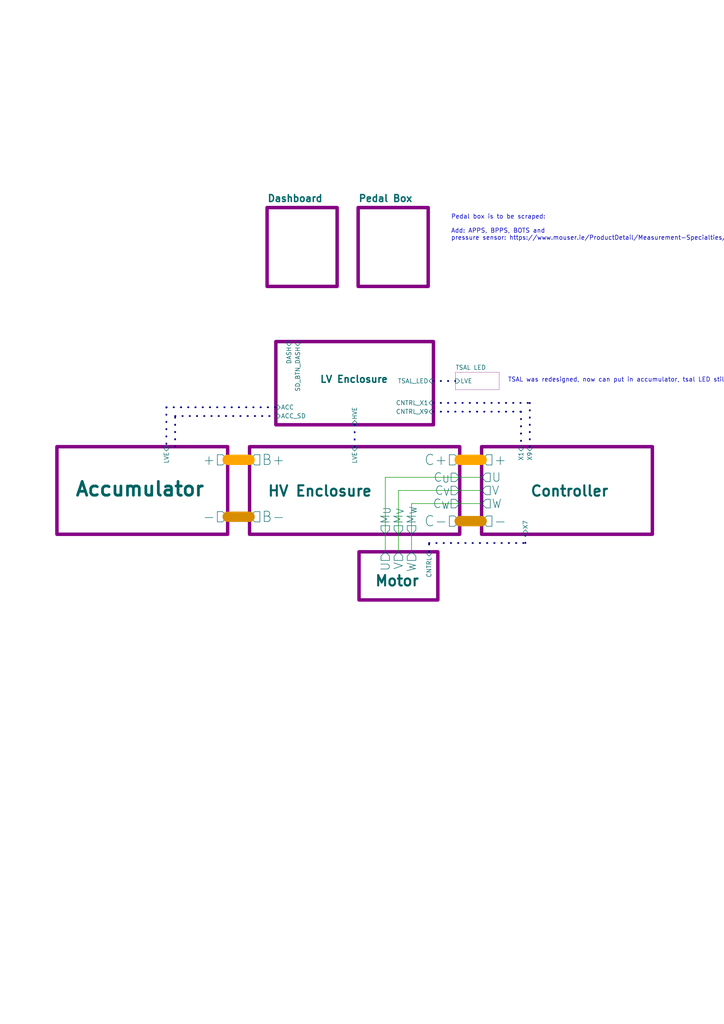
<source format=kicad_sch>
(kicad_sch (version 20211123) (generator eeschema)

  (uuid e63e39d7-6ac0-4ffd-8aa3-1841a4541b55)

  (paper "A4" portrait)

  (lib_symbols
  )


  (wire (pts (xy 111.76 138.43) (xy 111.76 160.02))
    (stroke (width 0) (type solid) (color 0 0 0 0))
    (uuid 0bacea7b-41a8-49b4-ac54-e85083688288)
  )
  (bus (pts (xy 125.73 119.38) (xy 151.13 119.38))
    (stroke (width 0.5) (type dot) (color 0 0 0 0))
    (uuid 1928018a-71cb-4ad1-b12b-a85f61e46237)
  )
  (bus (pts (xy 151.13 119.38) (xy 151.13 129.54))
    (stroke (width 0.5) (type dot) (color 0 0 0 0))
    (uuid 1928018a-71cb-4ad1-b12b-a85f61e46238)
  )

  (wire (pts (xy 115.57 142.24) (xy 139.7 142.24))
    (stroke (width 0) (type solid) (color 0 0 0 0))
    (uuid 2793c50e-ec37-4a1c-8a93-e7360eedf6de)
  )
  (bus (pts (xy 102.87 123.19) (xy 102.87 129.54))
    (stroke (width 0.5) (type dot) (color 0 0 0 0))
    (uuid 41d7dd5a-a626-4ebe-869a-564b2fc9d6cd)
  )

  (wire (pts (xy 115.57 142.24) (xy 115.57 160.02))
    (stroke (width 0) (type solid) (color 0 0 0 0))
    (uuid 536f8f16-8831-4df9-af8a-3f8d8d5d735d)
  )
  (wire (pts (xy 133.35 151.13) (xy 139.7 151.13))
    (stroke (width 3) (type solid) (color 216 140 0 1))
    (uuid 64534db9-ceb8-4e35-aa05-039084fa7a02)
  )
  (wire (pts (xy 133.35 133.35) (xy 139.7 133.35))
    (stroke (width 3) (type solid) (color 255 165 0 1))
    (uuid 7a25aa9a-5728-4772-8084-ac4dce70bf24)
  )
  (bus (pts (xy 125.73 110.49) (xy 132.08 110.49))
    (stroke (width 0.5) (type dot) (color 0 0 0 0))
    (uuid 90a0f31d-e093-4e9c-9cf4-f698fda29f9b)
  )

  (wire (pts (xy 66.04 149.86) (xy 72.39 149.86))
    (stroke (width 3) (type solid) (color 216 140 0 1))
    (uuid 9bf9aed8-1769-4119-97e5-e4965cf6264a)
  )
  (bus (pts (xy 124.46 157.48) (xy 152.4 157.48))
    (stroke (width 0.5) (type dot) (color 0 0 0 0))
    (uuid a2f5630b-6f76-4402-9dab-19e82a4abcb2)
  )
  (bus (pts (xy 152.4 157.48) (xy 152.4 154.94))
    (stroke (width 0.5) (type dot) (color 0 0 0 0))
    (uuid a2f5630b-6f76-4402-9dab-19e82a4abcb3)
  )

  (wire (pts (xy 66.04 133.35) (xy 72.39 133.35))
    (stroke (width 3) (type solid) (color 255 165 0 1))
    (uuid bee1f450-1f82-495c-8f7a-60a2bb403b68)
  )
  (wire (pts (xy 119.38 146.05) (xy 119.38 160.02))
    (stroke (width 0) (type solid) (color 0 0 0 0))
    (uuid c47fe0c2-03a7-4eb6-8527-2a35cff78179)
  )
  (bus (pts (xy 48.26 118.11) (xy 48.26 129.54))
    (stroke (width 0.5) (type dot) (color 0 0 0 0))
    (uuid c730898c-f96a-444d-b2f1-4a564492e772)
  )
  (bus (pts (xy 50.8 120.65) (xy 80.01 120.65))
    (stroke (width 0.5) (type dot) (color 0 0 0 0))
    (uuid d8961c33-0f1e-4c89-9d09-6ab51496992d)
  )
  (bus (pts (xy 50.8 129.54) (xy 50.8 120.65))
    (stroke (width 0.5) (type dot) (color 0 0 0 0))
    (uuid d8961c33-0f1e-4c89-9d09-6ab51496992e)
  )

  (wire (pts (xy 111.76 138.43) (xy 139.7 138.43))
    (stroke (width 0) (type solid) (color 0 0 0 0))
    (uuid e1b9f76e-21b0-4d4b-a625-0a5b7316fd9d)
  )
  (bus (pts (xy 124.46 160.02) (xy 124.46 157.48))
    (stroke (width 0.5) (type dot) (color 0 0 0 0))
    (uuid e4a8b9f4-e205-452b-a113-aa2f60920310)
  )
  (bus (pts (xy 125.73 116.84) (xy 153.67 116.84))
    (stroke (width 0.5) (type dot) (color 0 0 0 0))
    (uuid f17e857b-0591-4d61-aace-d1f1d0878b64)
  )
  (bus (pts (xy 153.67 116.84) (xy 153.67 129.54))
    (stroke (width 0.5) (type dot) (color 0 0 0 0))
    (uuid f17e857b-0591-4d61-aace-d1f1d0878b65)
  )
  (bus (pts (xy 48.26 118.11) (xy 80.01 118.11))
    (stroke (width 0.5) (type dot) (color 0 0 0 0))
    (uuid f18fe54a-24cf-45ab-8b5d-9b4c42ae1d28)
  )

  (wire (pts (xy 119.38 146.05) (xy 139.7 146.05))
    (stroke (width 0) (type solid) (color 0 0 0 0))
    (uuid f55fb012-d727-4f31-815c-16ae6900b301)
  )

  (text "TSAL was redesigned, now can put in accumulator, tsal LED still separate\n\n"
    (at 147.32 113.03 0)
    (effects (font (size 1.27 1.27)) (justify left bottom))
    (uuid 71f45c2f-5652-4523-91a4-46e6ec57813f)
  )
  (text "Pedal box is to be scraped:\n\nAdd: APPS, BPPS, BOTS and \npressure sensor: https://www.mouser.ie/ProductDetail/Measurement-Specialties/MSP-300-2K5-P-3-N-1?qs=tcRzwG6oasY%252BpD6E%2FVWEkg%3D%3D"
    (at 130.81 69.85 0)
    (effects (font (size 1.27 1.27)) (justify left bottom))
    (uuid 82fb262f-6f00-47f9-a48d-47a110bdb5e8)
  )

  (sheet (at 16.51 129.54) (size 49.53 25.4)
    (stroke (width 1) (type solid) (color 132 0 132 1))
    (fill (color 255 255 255 1.0000))
    (uuid 19a4292b-d1e8-4b77-9ac1-5a3a83107050)
    (property "Sheet name" "Accumulator" (id 0) (at 21.59 144.144 0)
      (effects (font (size 4 4) bold) (justify left bottom))
    )
    (property "Sheet file" "accumulator.kicad_sch" (id 1) (at 16.51 155.449 0)
      (effects (font (size 1.27 1.27)) (justify left top) hide)
    )
    (pin "-" output (at 66.04 149.86 0)
      (effects (font (size 3 3)) (justify right))
      (uuid 3f24d8ab-6692-40cf-b9d8-774413264520)
    )
    (pin "+" output (at 66.04 133.35 0)
      (effects (font (size 3 3)) (justify right))
      (uuid 79440599-eddb-4c64-9914-8db754f0e957)
    )
    (pin "LVE" input (at 48.26 129.54 90)
      (effects (font (size 1.27 1.27)) (justify right))
      (uuid 7bc5189d-0ab3-424c-9caa-ae5918e0c818)
    )
  )

  (sheet (at 80.01 99.06) (size 45.72 24.13)
    (stroke (width 1) (type solid) (color 132 0 132 1))
    (fill (color 255 255 255 1.0000))
    (uuid 298dd7b7-67f7-42e1-8549-0c57d86717fd)
    (property "Sheet name" "LV Enclosure" (id 0) (at 92.71 111.124 0)
      (effects (font (size 2 2) bold) (justify left bottom))
    )
    (property "Sheet file" "lv-enclosure.kicad_sch" (id 1) (at 80.01 123.699 0)
      (effects (font (size 1.27 1.27)) (justify left top) hide)
    )
    (pin "CNTRL_X1" input (at 125.73 116.84 0)
      (effects (font (size 1.27 1.27)) (justify right))
      (uuid 95525a02-e487-49ec-9f98-cb84cb2e4f2f)
    )
    (pin "CNTRL_X9" input (at 125.73 119.38 0)
      (effects (font (size 1.27 1.27)) (justify right))
      (uuid 1d5cf84f-6c47-48c0-a039-8307ba1b9293)
    )
    (pin "SD_BTN_DASH" input (at 86.36 99.06 90)
      (effects (font (size 1.27 1.27)) (justify right))
      (uuid 2f613f06-3380-4ee8-b1fa-2b2954f9e87b)
    )
    (pin "DASH" input (at 83.82 99.06 90)
      (effects (font (size 1.27 1.27)) (justify right))
      (uuid 58dbe14f-dc8a-4c7e-bb77-c30c0ce3c7a7)
    )
    (pin "HVE" input (at 102.87 123.19 270)
      (effects (font (size 1.27 1.27)) (justify left))
      (uuid a53fe1a4-dd3f-499a-93db-7a6f81f5c8e0)
    )
    (pin "ACC" input (at 80.01 118.11 180)
      (effects (font (size 1.27 1.27)) (justify left))
      (uuid 26617ee2-7899-4ef8-92eb-cde825e68633)
    )
    (pin "ACC_SD" input (at 80.01 120.65 180)
      (effects (font (size 1.27 1.27)) (justify left))
      (uuid eadc5b10-ffae-4b58-bfdc-67e4cd783953)
    )
    (pin "TSAL_LED" input (at 125.73 110.49 0)
      (effects (font (size 1.27 1.27)) (justify right))
      (uuid 31515b98-05d2-42a7-83e1-104f4fb3b184)
    )
  )

  (sheet (at 132.08 107.95) (size 12.7 5.08)
    (stroke (width 0.001) (type solid) (color 132 0 132 1))
    (fill (color 255 255 255 1.0000))
    (uuid 41ce35be-f1f7-4198-a185-fe9512354be1)
    (property "Sheet name" "TSAL LED" (id 0) (at 132.08 107.3141 0)
      (effects (font (size 1.27 1.27)) (justify left bottom))
    )
    (property "Sheet file" "tsal-led.kicad_sch" (id 1) (at 132.08 113.5389 0)
      (effects (font (size 1.27 1.27)) (justify left top) hide)
    )
    (pin "LVE" input (at 132.08 110.49 180)
      (effects (font (size 1.27 1.27)) (justify left))
      (uuid b72917cf-ea12-4205-8640-23766837d181)
    )
  )

  (sheet (at 103.886 60.198) (size 20.32 22.86)
    (stroke (width 1) (type solid) (color 132 0 132 1))
    (fill (color 255 255 255 1.0000))
    (uuid 43784b18-0cb5-4b38-8400-985171d59868)
    (property "Sheet name" "Pedal Box" (id 0) (at 103.886 58.6976 0)
      (effects (font (size 2 2) bold) (justify left bottom))
    )
    (property "Sheet file" "pedalbox.kicad_sch" (id 1) (at 103.886 84.0664 0)
      (effects (font (size 1.27 1.27)) (justify left top) hide)
    )
  )

  (sheet (at 104.14 160.02) (size 22.86 13.97)
    (stroke (width 1) (type solid) (color 132 0 132 1))
    (fill (color 255 255 255 1.0000))
    (uuid 7d3e89c7-ebee-4665-9361-d754c5cfae70)
    (property "Sheet name" "Motor" (id 0) (at 108.584 170.18 0)
      (effects (font (size 3 3) bold) (justify left bottom))
    )
    (property "Sheet file" "motor.kicad_sch" (id 1) (at 104.649 173.99 0)
      (effects (font (size 0.635 0.635)) (justify left top) hide)
    )
    (pin "U" output (at 111.76 160.02 90)
      (effects (font (size 2.5 2.5)) (justify right))
      (uuid 36589679-b15b-4a86-9867-6b550068ab11)
    )
    (pin "V" output (at 115.57 160.02 90)
      (effects (font (size 2.5 2.5)) (justify right))
      (uuid 44ec9004-92c8-46ac-ab17-99a065923853)
    )
    (pin "W" output (at 119.38 160.02 90)
      (effects (font (size 2.5 2.5)) (justify right))
      (uuid bf51e7d0-ee40-4eb4-a029-c4d37ed38ff0)
    )
    (pin "CNTRL" input (at 124.46 160.02 90)
      (effects (font (size 1.27 1.27)) (justify right))
      (uuid 93e5c4cf-845a-48b3-b621-0c99f16b3ebf)
    )
  )

  (sheet (at 139.7 129.54) (size 49.53 25.4)
    (stroke (width 1) (type solid) (color 132 0 132 1))
    (fill (color 255 255 255 1.0000))
    (uuid 80028bf3-6125-4952-b837-9ad935dfc57d)
    (property "Sheet name" "Controller" (id 0) (at 153.67 144.144 0)
      (effects (font (size 3 3) bold) (justify left bottom))
    )
    (property "Sheet file" "controller.kicad_sch" (id 1) (at 139.7 155.449 0)
      (effects (font (size 1.27 1.27)) (justify left top) hide)
    )
    (pin "+" output (at 139.7 133.35 180)
      (effects (font (size 3 3)) (justify left))
      (uuid 46c85d3d-b4b6-44e7-bffd-7ac17cb7ff50)
    )
    (pin "-" output (at 139.7 151.13 180)
      (effects (font (size 3 3)) (justify left))
      (uuid e6a10197-c0eb-4937-bd00-cd9b5e351525)
    )
    (pin "U" output (at 139.7 138.43 180)
      (effects (font (size 2.5 2.5)) (justify left))
      (uuid f0efed9e-3355-4f7e-be88-f1da76e4f7b6)
    )
    (pin "V" output (at 139.7 142.24 180)
      (effects (font (size 2.5 2.5)) (justify left))
      (uuid 30db60af-2e84-46c2-a7d0-c442abc989c5)
    )
    (pin "W" output (at 139.7 146.05 180)
      (effects (font (size 2.5 2.5)) (justify left))
      (uuid 439a0cf8-01ec-4de2-ac70-2240be91f149)
    )
    (pin "X1" input (at 151.13 129.54 90)
      (effects (font (size 1.27 1.27)) (justify right))
      (uuid 777b1999-492d-4844-be5a-b3262b63e014)
    )
    (pin "X9" input (at 153.67 129.54 90)
      (effects (font (size 1.27 1.27)) (justify right))
      (uuid 0cd1a0b5-a9da-4d8f-81a8-374c4ac3f961)
    )
    (pin "X7" input (at 152.4 154.94 270)
      (effects (font (size 1.27 1.27)) (justify left))
      (uuid fc52a7db-b679-4165-9d6a-48ad1d76f5b8)
    )
  )

  (sheet (at 72.39 129.54) (size 60.96 25.4)
    (stroke (width 1) (type solid) (color 132 0 132 1))
    (fill (color 255 255 255 1.0000))
    (uuid 914e3f27-6e46-4af4-8a6b-26bb5bc729f7)
    (property "Sheet name" "HV Enclosure" (id 0) (at 77.47 144.144 0)
      (effects (font (size 3 3) bold) (justify left bottom))
    )
    (property "Sheet file" "hv-enclosure.kicad_sch" (id 1) (at 72.39 155.449 0)
      (effects (font (size 1.27 1.27)) (justify left top) hide)
    )
    (pin "C_{U}" output (at 133.35 138.43 0)
      (effects (font (size 2.5 2.5)) (justify right))
      (uuid 35f70926-0212-4a97-96d8-6fd4b6e0b4da)
    )
    (pin "C_{V}" output (at 133.35 142.24 0)
      (effects (font (size 2.5 2.5)) (justify right))
      (uuid a8f41055-35ae-4dbc-8052-675d75d278b6)
    )
    (pin "C_{W}" output (at 133.35 146.05 0)
      (effects (font (size 2.5 2.5)) (justify right))
      (uuid a81c7a5c-1c8b-4e25-b019-2ee1bc80b49d)
    )
    (pin "C-" output (at 133.35 151.13 0)
      (effects (font (size 3 3)) (justify right))
      (uuid d313c785-1ff8-434c-976a-14114fa61010)
    )
    (pin "M_{U}" output (at 111.76 154.94 270)
      (effects (font (size 2.5 2.5)) (justify left))
      (uuid bc167540-ecab-4dd6-a602-ee63e448bebf)
    )
    (pin "M_{V}" output (at 115.57 154.94 270)
      (effects (font (size 2.5 2.5)) (justify left))
      (uuid e3c631b3-dfbd-4afa-8659-86c2ed6b9115)
    )
    (pin "M_{W}" output (at 119.38 154.94 270)
      (effects (font (size 2.5 2.5)) (justify left))
      (uuid 2b1c87ce-2e50-4f2b-8054-3f6fe69ab23f)
    )
    (pin "C+" output (at 133.35 133.35 0)
      (effects (font (size 3 3)) (justify right))
      (uuid 099d717b-f424-427e-9519-aba9ad7ffb4d)
    )
    (pin "B-" output (at 72.39 149.86 180)
      (effects (font (size 3 3)) (justify left))
      (uuid ad2674f3-0f43-4e8d-92be-53ea392b1e9f)
    )
    (pin "B+" output (at 72.39 133.35 180)
      (effects (font (size 3 3)) (justify left))
      (uuid 26909cd5-7705-4fa0-9db7-aecbb7d62e2b)
    )
    (pin "LVE" input (at 102.87 129.54 90)
      (effects (font (size 1.27 1.27)) (justify right))
      (uuid ef1aaae8-bb9c-462d-a764-5737311b4845)
    )
  )

  (sheet (at 77.47 60.198) (size 20.32 22.86)
    (stroke (width 1) (type solid) (color 132 0 132 1))
    (fill (color 255 255 255 1.0000))
    (uuid fa0f2136-dfee-4c2c-9b0b-6e2d8c681df7)
    (property "Sheet name" "Dashboard" (id 0) (at 77.47 58.6976 0)
      (effects (font (size 2 2) bold) (justify left bottom))
    )
    (property "Sheet file" "dashboard.kicad_sch" (id 1) (at 77.47 84.0664 0)
      (effects (font (size 1.27 1.27)) (justify left top) hide)
    )
  )

  (sheet_instances
    (path "/" (page "1"))
    (path "/19a4292b-d1e8-4b77-9ac1-5a3a83107050" (page "2"))
    (path "/19a4292b-d1e8-4b77-9ac1-5a3a83107050/66d760a8-1762-4536-934d-5d3ff69f8971" (page "3"))
    (path "/fa0f2136-dfee-4c2c-9b0b-6e2d8c681df7/765d67e5-c2fd-4ad8-8aa9-31f4e4aa8dab/92142ae0-0b5e-4754-85dc-788fe5843836" (page "4"))
    (path "/19a4292b-d1e8-4b77-9ac1-5a3a83107050/aeb9e9fc-969b-49a1-bf7e-bd7351d32b51" (page "6"))
    (path "/19a4292b-d1e8-4b77-9ac1-5a3a83107050/c26f19df-50d8-4eca-9cf8-89335d58ae40/47073deb-2847-4d06-8191-ed9cde79fa59" (page "7"))
    (path "/19a4292b-d1e8-4b77-9ac1-5a3a83107050/c26f19df-50d8-4eca-9cf8-89335d58ae40" (page "8"))
    (path "/19a4292b-d1e8-4b77-9ac1-5a3a83107050/f36cea85-ee21-4384-a937-68148d003ae6" (page "9"))
    (path "/19a4292b-d1e8-4b77-9ac1-5a3a83107050/c26f19df-50d8-4eca-9cf8-89335d58ae40/46da499a-a40a-4914-ad10-277d453bd093" (page "10"))
    (path "/19a4292b-d1e8-4b77-9ac1-5a3a83107050/1281f86d-ffc1-4ad4-aae8-511fed4e6872" (page "11"))
    (path "/19a4292b-d1e8-4b77-9ac1-5a3a83107050/87b81b19-9df5-481f-a667-2f9016058f1a" (page "12"))
    (path "/914e3f27-6e46-4af4-8a6b-26bb5bc729f7" (page "13"))
    (path "/298dd7b7-67f7-42e1-8549-0c57d86717fd" (page "14"))
    (path "/80028bf3-6125-4952-b837-9ad935dfc57d" (page "15"))
    (path "/7d3e89c7-ebee-4665-9361-d754c5cfae70" (page "16"))
    (path "/19a4292b-d1e8-4b77-9ac1-5a3a83107050/c26f19df-50d8-4eca-9cf8-89335d58ae40/ce21ff00-00b8-4ed8-9417-82388977baeb" (page "17"))
    (path "/914e3f27-6e46-4af4-8a6b-26bb5bc729f7/4450208f-b727-44ed-ad9c-1d668146559b" (page "18"))
    (path "/914e3f27-6e46-4af4-8a6b-26bb5bc729f7/2d1e6de0-9637-4559-a8ef-42a4916cf40a" (page "19"))
    (path "/fa0f2136-dfee-4c2c-9b0b-6e2d8c681df7/b9b3835d-8388-42af-9753-6ed8f8666e1a" (page "20"))
    (path "/fa0f2136-dfee-4c2c-9b0b-6e2d8c681df7/af651381-eda6-49d3-9604-f1e3d5e7cd9d" (page "21"))
    (path "/41ce35be-f1f7-4198-a185-fe9512354be1" (page "21"))
    (path "/fa0f2136-dfee-4c2c-9b0b-6e2d8c681df7/765d67e5-c2fd-4ad8-8aa9-31f4e4aa8dab" (page "22"))
    (path "/fa0f2136-dfee-4c2c-9b0b-6e2d8c681df7" (page "23"))
    (path "/298dd7b7-67f7-42e1-8549-0c57d86717fd/8e604df0-0e1e-4e54-8db7-7829337c8415" (page "24"))
    (path "/19a4292b-d1e8-4b77-9ac1-5a3a83107050/c26f19df-50d8-4eca-9cf8-89335d58ae40/1fd624e7-f0c1-48e5-a0a2-44640990647e" (page "25"))
    (path "/298dd7b7-67f7-42e1-8549-0c57d86717fd/1f0d8c1c-0fbf-4600-8903-11f90dca46ef" (page "27"))
    (path "/43784b18-0cb5-4b38-8400-985171d59868/5900b9d3-f54e-4689-953a-e125f5f9fa71" (page "30"))
    (path "/298dd7b7-67f7-42e1-8549-0c57d86717fd/dee9f70a-ae84-40b8-a5fe-69a5de2e293f" (page "30"))
    (path "/298dd7b7-67f7-42e1-8549-0c57d86717fd/028bdedf-2ef4-4e26-b753-25d68de3c309" (page "30"))
    (path "/43784b18-0cb5-4b38-8400-985171d59868/633aafcb-e7f5-4f49-b90e-2af365a07e52" (page "31"))
    (path "/43784b18-0cb5-4b38-8400-985171d59868/22e0be77-6791-4d19-a377-1cc6548b0165" (page "32"))
    (path "/43784b18-0cb5-4b38-8400-985171d59868/b6a3aa8d-c6cc-4815-a7b5-09f3f0dc9b60" (page "33"))
    (path "/19a4292b-d1e8-4b77-9ac1-5a3a83107050/e7d13cde-dd65-41c8-8fe1-b4ef23b14c01" (page "#"))
    (path "/43784b18-0cb5-4b38-8400-985171d59868" (page "#"))
    (path "/19a4292b-d1e8-4b77-9ac1-5a3a83107050/b13c06d9-fcd6-4b1b-923e-652f1fa28bb0" (page "#"))
    (path "/19a4292b-d1e8-4b77-9ac1-5a3a83107050/b1bb200a-007f-4e4f-8f3d-eb289c1056d6" (page "#"))
    (path "/19a4292b-d1e8-4b77-9ac1-5a3a83107050/9dcec9c7-ca81-4054-bcf4-872ad72f6d9a" (page "#"))
    (path "/19a4292b-d1e8-4b77-9ac1-5a3a83107050/13ed4583-d4fe-47c7-aa27-8034b6bb65a0" (page "#"))
  )

  (symbol_instances
    (path "/fa0f2136-dfee-4c2c-9b0b-6e2d8c681df7/765d67e5-c2fd-4ad8-8aa9-31f4e4aa8dab/92142ae0-0b5e-4754-85dc-788fe5843836/0265e8d1-699b-46fd-94b4-57a99246491e"
      (reference "#PWR?") (unit 1) (value "+5V") (footprint "")
    )
    (path "/19a4292b-d1e8-4b77-9ac1-5a3a83107050/aeb9e9fc-969b-49a1-bf7e-bd7351d32b51/02fba5fd-f097-44c3-90df-720157020363"
      (reference "#PWR?") (unit 1) (value "Earth") (footprint "")
    )
    (path "/fa0f2136-dfee-4c2c-9b0b-6e2d8c681df7/765d67e5-c2fd-4ad8-8aa9-31f4e4aa8dab/92142ae0-0b5e-4754-85dc-788fe5843836/0452b922-0b09-424b-9d3b-d9804fd1a608"
      (reference "#PWR?") (unit 1) (value "VBUS") (footprint "")
    )
    (path "/19a4292b-d1e8-4b77-9ac1-5a3a83107050/aeb9e9fc-969b-49a1-bf7e-bd7351d32b51/07630699-364b-422d-ab6d-16a4fdad148f"
      (reference "#PWR?") (unit 1) (value "GND") (footprint "")
    )
    (path "/19a4292b-d1e8-4b77-9ac1-5a3a83107050/aeb9e9fc-969b-49a1-bf7e-bd7351d32b51/0a253d48-2747-4f9e-bc1b-13d2956ff36e"
      (reference "#PWR?") (unit 1) (value "GND") (footprint "")
    )
    (path "/19a4292b-d1e8-4b77-9ac1-5a3a83107050/c26f19df-50d8-4eca-9cf8-89335d58ae40/0a4084df-f615-44f7-be27-d26e27fea378"
      (reference "#PWR?") (unit 1) (value "+HVBATT") (footprint "")
    )
    (path "/19a4292b-d1e8-4b77-9ac1-5a3a83107050/aeb9e9fc-969b-49a1-bf7e-bd7351d32b51/0cb0bb48-fc49-4503-8f27-6e69049f85d2"
      (reference "#PWR?") (unit 1) (value "-HVBATT") (footprint "")
    )
    (path "/19a4292b-d1e8-4b77-9ac1-5a3a83107050/aeb9e9fc-969b-49a1-bf7e-bd7351d32b51/0da0b0c5-5d6c-4977-8d60-d7b14bc6367d"
      (reference "#PWR?") (unit 1) (value "-HVBATT") (footprint "")
    )
    (path "/19a4292b-d1e8-4b77-9ac1-5a3a83107050/aeb9e9fc-969b-49a1-bf7e-bd7351d32b51/0e25c103-3caf-41c5-adca-5dac98f723cd"
      (reference "#PWR?") (unit 1) (value "+HVBATT2") (footprint "")
    )
    (path "/19a4292b-d1e8-4b77-9ac1-5a3a83107050/aeb9e9fc-969b-49a1-bf7e-bd7351d32b51/17ebdd56-fe5a-4d28-b506-77c5d13d6478"
      (reference "#PWR?") (unit 1) (value "-HVBATT") (footprint "")
    )
    (path "/19a4292b-d1e8-4b77-9ac1-5a3a83107050/aeb9e9fc-969b-49a1-bf7e-bd7351d32b51/17f9c9d6-3110-4427-b1e2-06d56665359f"
      (reference "#PWR?") (unit 1) (value "+HVBATT1") (footprint "")
    )
    (path "/19a4292b-d1e8-4b77-9ac1-5a3a83107050/aeb9e9fc-969b-49a1-bf7e-bd7351d32b51/19746ef3-0f0f-4cce-9444-73e7017ed7ec"
      (reference "#PWR?") (unit 1) (value "GND") (footprint "")
    )
    (path "/fa0f2136-dfee-4c2c-9b0b-6e2d8c681df7/765d67e5-c2fd-4ad8-8aa9-31f4e4aa8dab/92142ae0-0b5e-4754-85dc-788fe5843836/1a5775b0-8a94-491d-8ce1-abac6d29c07f"
      (reference "#PWR?") (unit 1) (value "+3V3") (footprint "")
    )
    (path "/19a4292b-d1e8-4b77-9ac1-5a3a83107050/aeb9e9fc-969b-49a1-bf7e-bd7351d32b51/1af2914c-4be8-475a-8589-caf6b4c3e0ae"
      (reference "#PWR?") (unit 1) (value "+HVBATT1") (footprint "")
    )
    (path "/19a4292b-d1e8-4b77-9ac1-5a3a83107050/c26f19df-50d8-4eca-9cf8-89335d58ae40/1b79f233-3409-49b0-a91f-e40dcc11aa34"
      (reference "#PWR?") (unit 1) (value "GND") (footprint "")
    )
    (path "/43784b18-0cb5-4b38-8400-985171d59868/b6a3aa8d-c6cc-4815-a7b5-09f3f0dc9b60/1c8b41c3-9fef-47af-8647-f9a7a5984b9d"
      (reference "#PWR?") (unit 1) (value "GND") (footprint "")
    )
    (path "/19a4292b-d1e8-4b77-9ac1-5a3a83107050/c26f19df-50d8-4eca-9cf8-89335d58ae40/1f73c229-2255-4e1e-8f3a-baf695ef532e"
      (reference "#PWR?") (unit 1) (value "+HVCAP") (footprint "")
    )
    (path "/19a4292b-d1e8-4b77-9ac1-5a3a83107050/c26f19df-50d8-4eca-9cf8-89335d58ae40/2182a114-2363-4f7e-bef9-75c2e1ea9c76"
      (reference "#PWR?") (unit 1) (value "+HVBATT") (footprint "")
    )
    (path "/19a4292b-d1e8-4b77-9ac1-5a3a83107050/aeb9e9fc-969b-49a1-bf7e-bd7351d32b51/22f6e9ce-692f-45f0-bbb1-d9321af36691"
      (reference "#PWR?") (unit 1) (value "GND") (footprint "")
    )
    (path "/19a4292b-d1e8-4b77-9ac1-5a3a83107050/c26f19df-50d8-4eca-9cf8-89335d58ae40/23a4b9ee-966e-47a6-b50c-dfc53ee72eff"
      (reference "#PWR?") (unit 1) (value "GND") (footprint "")
    )
    (path "/19a4292b-d1e8-4b77-9ac1-5a3a83107050/c26f19df-50d8-4eca-9cf8-89335d58ae40/248f6466-cf53-4b88-98c8-ed43e230e41f"
      (reference "#PWR?") (unit 1) (value "GND") (footprint "")
    )
    (path "/19a4292b-d1e8-4b77-9ac1-5a3a83107050/aeb9e9fc-969b-49a1-bf7e-bd7351d32b51/25af1e5d-50c2-4deb-ad53-1bebbfba3c43"
      (reference "#PWR?") (unit 1) (value "GND") (footprint "")
    )
    (path "/19a4292b-d1e8-4b77-9ac1-5a3a83107050/aeb9e9fc-969b-49a1-bf7e-bd7351d32b51/27523c42-059d-4e61-8fdf-7f6d4dcf5503"
      (reference "#PWR?") (unit 1) (value "GND") (footprint "")
    )
    (path "/fa0f2136-dfee-4c2c-9b0b-6e2d8c681df7/765d67e5-c2fd-4ad8-8aa9-31f4e4aa8dab/92142ae0-0b5e-4754-85dc-788fe5843836/2769d693-51b8-408c-9d11-b97659585ef0"
      (reference "#PWR?") (unit 1) (value "+3V3") (footprint "")
    )
    (path "/fa0f2136-dfee-4c2c-9b0b-6e2d8c681df7/765d67e5-c2fd-4ad8-8aa9-31f4e4aa8dab/92142ae0-0b5e-4754-85dc-788fe5843836/299dac6f-2a15-4d54-aa29-2cda7f317c43"
      (reference "#PWR?") (unit 1) (value "GND") (footprint "")
    )
    (path "/19a4292b-d1e8-4b77-9ac1-5a3a83107050/aeb9e9fc-969b-49a1-bf7e-bd7351d32b51/2a61bdb8-9888-41e4-84e2-758585afc3aa"
      (reference "#PWR?") (unit 1) (value "GND") (footprint "")
    )
    (path "/fa0f2136-dfee-4c2c-9b0b-6e2d8c681df7/765d67e5-c2fd-4ad8-8aa9-31f4e4aa8dab/92142ae0-0b5e-4754-85dc-788fe5843836/2aa685e5-2e36-414d-bc7e-590094ebfd6c"
      (reference "#PWR?") (unit 1) (value "GND") (footprint "")
    )
    (path "/19a4292b-d1e8-4b77-9ac1-5a3a83107050/2b15e279-fb73-4f6f-abe5-735351191d00"
      (reference "#PWR?") (unit 1) (value "Earth") (footprint "")
    )
    (path "/fa0f2136-dfee-4c2c-9b0b-6e2d8c681df7/765d67e5-c2fd-4ad8-8aa9-31f4e4aa8dab/92142ae0-0b5e-4754-85dc-788fe5843836/2d2badc6-8cc8-459c-beae-ddb073a73ffd"
      (reference "#PWR?") (unit 1) (value "+3V3") (footprint "")
    )
    (path "/19a4292b-d1e8-4b77-9ac1-5a3a83107050/aeb9e9fc-969b-49a1-bf7e-bd7351d32b51/2f9221d0-9237-419d-a405-ed6293d81ca2"
      (reference "#PWR?") (unit 1) (value "GND") (footprint "")
    )
    (path "/fa0f2136-dfee-4c2c-9b0b-6e2d8c681df7/765d67e5-c2fd-4ad8-8aa9-31f4e4aa8dab/92142ae0-0b5e-4754-85dc-788fe5843836/33e92a6f-7937-403c-9904-659bf26041b7"
      (reference "#PWR?") (unit 1) (value "+3V3") (footprint "")
    )
    (path "/19a4292b-d1e8-4b77-9ac1-5a3a83107050/c26f19df-50d8-4eca-9cf8-89335d58ae40/3aa6e313-7972-4b5e-a4c8-3414c36a4b92"
      (reference "#PWR?") (unit 1) (value "GND") (footprint "")
    )
    (path "/fa0f2136-dfee-4c2c-9b0b-6e2d8c681df7/765d67e5-c2fd-4ad8-8aa9-31f4e4aa8dab/92142ae0-0b5e-4754-85dc-788fe5843836/3cb2dd4b-bfb2-4646-b3cb-bea68f5d9348"
      (reference "#PWR?") (unit 1) (value "GND") (footprint "")
    )
    (path "/19a4292b-d1e8-4b77-9ac1-5a3a83107050/aeb9e9fc-969b-49a1-bf7e-bd7351d32b51/4270cf60-c720-44e1-ac12-99874806990b"
      (reference "#PWR?") (unit 1) (value "GND") (footprint "")
    )
    (path "/fa0f2136-dfee-4c2c-9b0b-6e2d8c681df7/765d67e5-c2fd-4ad8-8aa9-31f4e4aa8dab/92142ae0-0b5e-4754-85dc-788fe5843836/486e9ac8-0798-4c6c-9ab7-fbecd97fd873"
      (reference "#PWR?") (unit 1) (value "GND") (footprint "")
    )
    (path "/19a4292b-d1e8-4b77-9ac1-5a3a83107050/aeb9e9fc-969b-49a1-bf7e-bd7351d32b51/4c04785a-01be-4459-9382-29fe4d8db855"
      (reference "#PWR?") (unit 1) (value "-HVBATT") (footprint "")
    )
    (path "/fa0f2136-dfee-4c2c-9b0b-6e2d8c681df7/765d67e5-c2fd-4ad8-8aa9-31f4e4aa8dab/92142ae0-0b5e-4754-85dc-788fe5843836/4cd4de25-5782-4d39-8891-ad766c83ff16"
      (reference "#PWR?") (unit 1) (value "GND") (footprint "")
    )
    (path "/fa0f2136-dfee-4c2c-9b0b-6e2d8c681df7/765d67e5-c2fd-4ad8-8aa9-31f4e4aa8dab/92142ae0-0b5e-4754-85dc-788fe5843836/4d8e4567-fe2a-48e6-a379-ae64c0957565"
      (reference "#PWR?") (unit 1) (value "GND") (footprint "")
    )
    (path "/19a4292b-d1e8-4b77-9ac1-5a3a83107050/aeb9e9fc-969b-49a1-bf7e-bd7351d32b51/4ed6a7a2-836b-4610-8d7b-79456e2ee453"
      (reference "#PWR?") (unit 1) (value "GND") (footprint "")
    )
    (path "/19a4292b-d1e8-4b77-9ac1-5a3a83107050/aeb9e9fc-969b-49a1-bf7e-bd7351d32b51/54e2f361-a896-4fae-b1f6-76fca90812cf"
      (reference "#PWR?") (unit 1) (value "GND") (footprint "")
    )
    (path "/19a4292b-d1e8-4b77-9ac1-5a3a83107050/aeb9e9fc-969b-49a1-bf7e-bd7351d32b51/555cf768-af20-4cd2-b39f-64e0389c9895"
      (reference "#PWR?") (unit 1) (value "+12V") (footprint "")
    )
    (path "/19a4292b-d1e8-4b77-9ac1-5a3a83107050/aeb9e9fc-969b-49a1-bf7e-bd7351d32b51/577efc07-8240-4511-86f6-7334f2ba0b1c"
      (reference "#PWR?") (unit 1) (value "Earth") (footprint "")
    )
    (path "/19a4292b-d1e8-4b77-9ac1-5a3a83107050/aeb9e9fc-969b-49a1-bf7e-bd7351d32b51/5a8d9cad-127b-412f-a634-422b8224f478"
      (reference "#PWR?") (unit 1) (value "GND") (footprint "")
    )
    (path "/19a4292b-d1e8-4b77-9ac1-5a3a83107050/c26f19df-50d8-4eca-9cf8-89335d58ae40/5c458ff7-d3f7-4417-a611-6f2981d0e9cc"
      (reference "#PWR?") (unit 1) (value "GND1") (footprint "")
    )
    (path "/19a4292b-d1e8-4b77-9ac1-5a3a83107050/aeb9e9fc-969b-49a1-bf7e-bd7351d32b51/5f77153a-6f8a-4d15-a551-5b2d4aa2c1e1"
      (reference "#PWR?") (unit 1) (value "GND") (footprint "")
    )
    (path "/19a4292b-d1e8-4b77-9ac1-5a3a83107050/c26f19df-50d8-4eca-9cf8-89335d58ae40/60792bcb-0ded-4cd3-b241-3d9381808056"
      (reference "#PWR?") (unit 1) (value "-HVBATT") (footprint "")
    )
    (path "/fa0f2136-dfee-4c2c-9b0b-6e2d8c681df7/765d67e5-c2fd-4ad8-8aa9-31f4e4aa8dab/92142ae0-0b5e-4754-85dc-788fe5843836/62c5f572-d9f5-4640-8b9a-338176a5d107"
      (reference "#PWR?") (unit 1) (value "GND") (footprint "")
    )
    (path "/19a4292b-d1e8-4b77-9ac1-5a3a83107050/aeb9e9fc-969b-49a1-bf7e-bd7351d32b51/6557557c-ffcc-492e-85f9-91cc73494d45"
      (reference "#PWR?") (unit 1) (value "GND") (footprint "")
    )
    (path "/19a4292b-d1e8-4b77-9ac1-5a3a83107050/aeb9e9fc-969b-49a1-bf7e-bd7351d32b51/6572f79c-a891-4f99-8c41-8663cdb04a9d"
      (reference "#PWR?") (unit 1) (value "GND") (footprint "")
    )
    (path "/fa0f2136-dfee-4c2c-9b0b-6e2d8c681df7/765d67e5-c2fd-4ad8-8aa9-31f4e4aa8dab/92142ae0-0b5e-4754-85dc-788fe5843836/6c32e401-8a9c-4746-9602-242189f29987"
      (reference "#PWR?") (unit 1) (value "+3V3") (footprint "")
    )
    (path "/19a4292b-d1e8-4b77-9ac1-5a3a83107050/aeb9e9fc-969b-49a1-bf7e-bd7351d32b51/6c480c11-6555-46ab-af06-61df3daf53a0"
      (reference "#PWR?") (unit 1) (value "GND") (footprint "")
    )
    (path "/fa0f2136-dfee-4c2c-9b0b-6e2d8c681df7/765d67e5-c2fd-4ad8-8aa9-31f4e4aa8dab/92142ae0-0b5e-4754-85dc-788fe5843836/6d8bd9b1-70b1-409e-a641-516f482699a9"
      (reference "#PWR?") (unit 1) (value "+3V3") (footprint "")
    )
    (path "/19a4292b-d1e8-4b77-9ac1-5a3a83107050/aeb9e9fc-969b-49a1-bf7e-bd7351d32b51/6debd1de-016e-4e9a-8a77-5757d1068859"
      (reference "#PWR?") (unit 1) (value "GND") (footprint "")
    )
    (path "/19a4292b-d1e8-4b77-9ac1-5a3a83107050/aeb9e9fc-969b-49a1-bf7e-bd7351d32b51/6fd75bfb-b959-4138-adba-45077c4fe142"
      (reference "#PWR?") (unit 1) (value "GND") (footprint "")
    )
    (path "/19a4292b-d1e8-4b77-9ac1-5a3a83107050/c26f19df-50d8-4eca-9cf8-89335d58ae40/70ad1139-50a2-4f62-960b-0274790f3382"
      (reference "#PWR?") (unit 1) (value "GND") (footprint "")
    )
    (path "/19a4292b-d1e8-4b77-9ac1-5a3a83107050/aeb9e9fc-969b-49a1-bf7e-bd7351d32b51/78f62d1c-4e9d-4fdf-8acd-e47da97e9066"
      (reference "#PWR?") (unit 1) (value "GND") (footprint "")
    )
    (path "/19a4292b-d1e8-4b77-9ac1-5a3a83107050/c26f19df-50d8-4eca-9cf8-89335d58ae40/7d199fb6-043a-4292-af46-abdcd726f2c7"
      (reference "#PWR?") (unit 1) (value "GND") (footprint "")
    )
    (path "/fa0f2136-dfee-4c2c-9b0b-6e2d8c681df7/765d67e5-c2fd-4ad8-8aa9-31f4e4aa8dab/92142ae0-0b5e-4754-85dc-788fe5843836/7f0676b4-d434-419d-be46-7f486a81a114"
      (reference "#PWR?") (unit 1) (value "GND") (footprint "")
    )
    (path "/fa0f2136-dfee-4c2c-9b0b-6e2d8c681df7/765d67e5-c2fd-4ad8-8aa9-31f4e4aa8dab/92142ae0-0b5e-4754-85dc-788fe5843836/7f17d53e-f1ff-4a3b-80f2-a07f09acfed2"
      (reference "#PWR?") (unit 1) (value "+3V3") (footprint "")
    )
    (path "/19a4292b-d1e8-4b77-9ac1-5a3a83107050/aeb9e9fc-969b-49a1-bf7e-bd7351d32b51/837ee180-4d6b-480a-a5f6-e0ae977f0a96"
      (reference "#PWR?") (unit 1) (value "GND") (footprint "")
    )
    (path "/19a4292b-d1e8-4b77-9ac1-5a3a83107050/aeb9e9fc-969b-49a1-bf7e-bd7351d32b51/884ed176-40a5-4c63-be85-be79c18a1360"
      (reference "#PWR?") (unit 1) (value "GND") (footprint "")
    )
    (path "/43784b18-0cb5-4b38-8400-985171d59868/b6a3aa8d-c6cc-4815-a7b5-09f3f0dc9b60/8a599956-ec48-41c4-909b-84d5c8830e0c"
      (reference "#PWR?") (unit 1) (value "GND") (footprint "")
    )
    (path "/19a4292b-d1e8-4b77-9ac1-5a3a83107050/c26f19df-50d8-4eca-9cf8-89335d58ae40/8c64c50b-8acd-44f2-8c5f-ba9201a3c7bd"
      (reference "#PWR?") (unit 1) (value "GND1") (footprint "")
    )
    (path "/19a4292b-d1e8-4b77-9ac1-5a3a83107050/aeb9e9fc-969b-49a1-bf7e-bd7351d32b51/8f17dc7a-f227-484a-b3b6-6cbe66bed033"
      (reference "#PWR?") (unit 1) (value "GND") (footprint "")
    )
    (path "/fa0f2136-dfee-4c2c-9b0b-6e2d8c681df7/765d67e5-c2fd-4ad8-8aa9-31f4e4aa8dab/92142ae0-0b5e-4754-85dc-788fe5843836/94d84ffb-a09e-436f-a0ae-745ab56528aa"
      (reference "#PWR?") (unit 1) (value "GND") (footprint "")
    )
    (path "/19a4292b-d1e8-4b77-9ac1-5a3a83107050/aeb9e9fc-969b-49a1-bf7e-bd7351d32b51/973d874b-5282-4c53-97dd-6a244d6e534b"
      (reference "#PWR?") (unit 1) (value "GND") (footprint "")
    )
    (path "/19a4292b-d1e8-4b77-9ac1-5a3a83107050/aeb9e9fc-969b-49a1-bf7e-bd7351d32b51/9776f4f6-c9b7-4105-8d35-c96aff72ca30"
      (reference "#PWR?") (unit 1) (value "GND") (footprint "")
    )
    (path "/19a4292b-d1e8-4b77-9ac1-5a3a83107050/c26f19df-50d8-4eca-9cf8-89335d58ae40/98e85eeb-6efa-4e41-bb87-9aec27e50a64"
      (reference "#PWR?") (unit 1) (value "GND") (footprint "")
    )
    (path "/19a4292b-d1e8-4b77-9ac1-5a3a83107050/aeb9e9fc-969b-49a1-bf7e-bd7351d32b51/994c038e-e5c2-43f5-8726-2a678c56ef36"
      (reference "#PWR?") (unit 1) (value "GND") (footprint "")
    )
    (path "/19a4292b-d1e8-4b77-9ac1-5a3a83107050/aeb9e9fc-969b-49a1-bf7e-bd7351d32b51/99c24618-7c42-44ff-8b2e-8907a5455d99"
      (reference "#PWR?") (unit 1) (value "GND") (footprint "")
    )
    (path "/19a4292b-d1e8-4b77-9ac1-5a3a83107050/aeb9e9fc-969b-49a1-bf7e-bd7351d32b51/9abe5007-008e-489c-8346-7f0b97ffd370"
      (reference "#PWR?") (unit 1) (value "Earth") (footprint "")
    )
    (path "/fa0f2136-dfee-4c2c-9b0b-6e2d8c681df7/765d67e5-c2fd-4ad8-8aa9-31f4e4aa8dab/92142ae0-0b5e-4754-85dc-788fe5843836/9fb46826-32e4-4691-aeb7-530c2dfa31ad"
      (reference "#PWR?") (unit 1) (value "+3V3") (footprint "")
    )
    (path "/43784b18-0cb5-4b38-8400-985171d59868/b6a3aa8d-c6cc-4815-a7b5-09f3f0dc9b60/a13e91b7-5522-4133-bbc5-acfcc7c3a1ac"
      (reference "#PWR?") (unit 1) (value "GND") (footprint "")
    )
    (path "/19a4292b-d1e8-4b77-9ac1-5a3a83107050/aeb9e9fc-969b-49a1-bf7e-bd7351d32b51/a65c679d-4e37-4dd0-959d-9bd93ba347d2"
      (reference "#PWR?") (unit 1) (value "GND") (footprint "")
    )
    (path "/19a4292b-d1e8-4b77-9ac1-5a3a83107050/aeb9e9fc-969b-49a1-bf7e-bd7351d32b51/a6c90766-c5b7-4475-93b4-c1810fa2a1fb"
      (reference "#PWR?") (unit 1) (value "+12V") (footprint "")
    )
    (path "/fa0f2136-dfee-4c2c-9b0b-6e2d8c681df7/765d67e5-c2fd-4ad8-8aa9-31f4e4aa8dab/92142ae0-0b5e-4754-85dc-788fe5843836/a8237532-a55a-405a-9b87-49d9c590e542"
      (reference "#PWR?") (unit 1) (value "GND") (footprint "")
    )
    (path "/19a4292b-d1e8-4b77-9ac1-5a3a83107050/c26f19df-50d8-4eca-9cf8-89335d58ae40/a922dfa0-17ea-4883-abaf-1126f922e256"
      (reference "#PWR?") (unit 1) (value "-HVBATT") (footprint "")
    )
    (path "/19a4292b-d1e8-4b77-9ac1-5a3a83107050/aeb9e9fc-969b-49a1-bf7e-bd7351d32b51/a9e72fa9-e27e-4d9b-a868-b994fb25add2"
      (reference "#PWR?") (unit 1) (value "GND") (footprint "")
    )
    (path "/fa0f2136-dfee-4c2c-9b0b-6e2d8c681df7/765d67e5-c2fd-4ad8-8aa9-31f4e4aa8dab/92142ae0-0b5e-4754-85dc-788fe5843836/aaeb4c3b-bbb0-4bc0-9aea-200e61a54a4e"
      (reference "#PWR?") (unit 1) (value "GND") (footprint "")
    )
    (path "/19a4292b-d1e8-4b77-9ac1-5a3a83107050/c26f19df-50d8-4eca-9cf8-89335d58ae40/ac520072-620c-4cfa-b9bd-a281a63f5c8e"
      (reference "#PWR?") (unit 1) (value "+HVBATT") (footprint "")
    )
    (path "/19a4292b-d1e8-4b77-9ac1-5a3a83107050/aeb9e9fc-969b-49a1-bf7e-bd7351d32b51/ad5a406b-9f26-43db-a3ef-8dbaefa360c9"
      (reference "#PWR?") (unit 1) (value "GND") (footprint "")
    )
    (path "/19a4292b-d1e8-4b77-9ac1-5a3a83107050/c26f19df-50d8-4eca-9cf8-89335d58ae40/afbdda1b-d0ba-430e-9791-9a792e39699f"
      (reference "#PWR?") (unit 1) (value "-HVBATT") (footprint "")
    )
    (path "/fa0f2136-dfee-4c2c-9b0b-6e2d8c681df7/765d67e5-c2fd-4ad8-8aa9-31f4e4aa8dab/92142ae0-0b5e-4754-85dc-788fe5843836/b305915e-f1aa-44bc-b5d3-6d6600ea300b"
      (reference "#PWR?") (unit 1) (value "+3V3") (footprint "")
    )
    (path "/19a4292b-d1e8-4b77-9ac1-5a3a83107050/c26f19df-50d8-4eca-9cf8-89335d58ae40/b594c52a-45a3-4355-bc7a-fcdbe627a0a7"
      (reference "#PWR?") (unit 1) (value "GND") (footprint "")
    )
    (path "/19a4292b-d1e8-4b77-9ac1-5a3a83107050/aeb9e9fc-969b-49a1-bf7e-bd7351d32b51/b8d86346-2773-45f6-8711-109a0ab339ac"
      (reference "#PWR?") (unit 1) (value "GND") (footprint "")
    )
    (path "/19a4292b-d1e8-4b77-9ac1-5a3a83107050/c26f19df-50d8-4eca-9cf8-89335d58ae40/bbb741ba-316d-46de-b5ab-b0a0f937c88b"
      (reference "#PWR?") (unit 1) (value "GND") (footprint "")
    )
    (path "/19a4292b-d1e8-4b77-9ac1-5a3a83107050/c26f19df-50d8-4eca-9cf8-89335d58ae40/c225910f-30a2-47f1-9f42-6c317e553078"
      (reference "#PWR?") (unit 1) (value "GND") (footprint "")
    )
    (path "/19a4292b-d1e8-4b77-9ac1-5a3a83107050/aeb9e9fc-969b-49a1-bf7e-bd7351d32b51/c2a7c4b3-df26-4889-9a81-7adb710c4992"
      (reference "#PWR?") (unit 1) (value "GND") (footprint "")
    )
    (path "/19a4292b-d1e8-4b77-9ac1-5a3a83107050/aeb9e9fc-969b-49a1-bf7e-bd7351d32b51/c411e486-61ac-4efd-8887-1003cee35142"
      (reference "#PWR?") (unit 1) (value "GND") (footprint "")
    )
    (path "/19a4292b-d1e8-4b77-9ac1-5a3a83107050/aeb9e9fc-969b-49a1-bf7e-bd7351d32b51/c9547e23-02c5-4349-9071-fbf687e9d3d5"
      (reference "#PWR?") (unit 1) (value "-HVBATT") (footprint "")
    )
    (path "/19a4292b-d1e8-4b77-9ac1-5a3a83107050/aeb9e9fc-969b-49a1-bf7e-bd7351d32b51/cabe01f1-3803-4bbd-a53f-5d2860a51920"
      (reference "#PWR?") (unit 1) (value "+HVBATT1") (footprint "")
    )
    (path "/19a4292b-d1e8-4b77-9ac1-5a3a83107050/aeb9e9fc-969b-49a1-bf7e-bd7351d32b51/cbd6cf0e-99e6-44bc-97bd-0952965c9140"
      (reference "#PWR?") (unit 1) (value "+HVBATT2") (footprint "")
    )
    (path "/fa0f2136-dfee-4c2c-9b0b-6e2d8c681df7/765d67e5-c2fd-4ad8-8aa9-31f4e4aa8dab/92142ae0-0b5e-4754-85dc-788fe5843836/cf70ef61-a33f-478d-bf00-eec3b8d96eff"
      (reference "#PWR?") (unit 1) (value "+3V3") (footprint "")
    )
    (path "/19a4292b-d1e8-4b77-9ac1-5a3a83107050/aeb9e9fc-969b-49a1-bf7e-bd7351d32b51/cf9eeffc-a0ca-4676-8e37-4b8f3921cd8b"
      (reference "#PWR?") (unit 1) (value "GND") (footprint "")
    )
    (path "/19a4292b-d1e8-4b77-9ac1-5a3a83107050/aeb9e9fc-969b-49a1-bf7e-bd7351d32b51/d1638dcb-2b7f-4444-8926-237b2c09c788"
      (reference "#PWR?") (unit 1) (value "GND") (footprint "")
    )
    (path "/19a4292b-d1e8-4b77-9ac1-5a3a83107050/aeb9e9fc-969b-49a1-bf7e-bd7351d32b51/d3290f03-e93c-4a75-ab1a-b67154c6b3b8"
      (reference "#PWR?") (unit 1) (value "GND") (footprint "")
    )
    (path "/fa0f2136-dfee-4c2c-9b0b-6e2d8c681df7/765d67e5-c2fd-4ad8-8aa9-31f4e4aa8dab/92142ae0-0b5e-4754-85dc-788fe5843836/d3d21815-8059-4455-b9f6-5bfc47dc48f7"
      (reference "#PWR?") (unit 1) (value "GND") (footprint "")
    )
    (path "/19a4292b-d1e8-4b77-9ac1-5a3a83107050/c26f19df-50d8-4eca-9cf8-89335d58ae40/d67c72c0-c93b-4cc5-b15d-acaf44e08394"
      (reference "#PWR?") (unit 1) (value "GND") (footprint "")
    )
    (path "/19a4292b-d1e8-4b77-9ac1-5a3a83107050/aeb9e9fc-969b-49a1-bf7e-bd7351d32b51/d77a92d2-18a2-458c-9215-845c12953861"
      (reference "#PWR?") (unit 1) (value "GND") (footprint "")
    )
    (path "/19a4292b-d1e8-4b77-9ac1-5a3a83107050/aeb9e9fc-969b-49a1-bf7e-bd7351d32b51/dae6d40a-6596-49f7-b833-1b7582babab4"
      (reference "#PWR?") (unit 1) (value "GND") (footprint "")
    )
    (path "/19a4292b-d1e8-4b77-9ac1-5a3a83107050/aeb9e9fc-969b-49a1-bf7e-bd7351d32b51/de34e15a-4e00-45f0-9118-936cfbf19aad"
      (reference "#PWR?") (unit 1) (value "GND") (footprint "")
    )
    (path "/19a4292b-d1e8-4b77-9ac1-5a3a83107050/aeb9e9fc-969b-49a1-bf7e-bd7351d32b51/e011605a-9e74-43e7-80c7-61e61f32c4f2"
      (reference "#PWR?") (unit 1) (value "GND") (footprint "")
    )
    (path "/19a4292b-d1e8-4b77-9ac1-5a3a83107050/aeb9e9fc-969b-49a1-bf7e-bd7351d32b51/e1900544-6dc8-4f1e-82a7-a1ebcde65d76"
      (reference "#PWR?") (unit 1) (value "+HVBATT2") (footprint "")
    )
    (path "/fa0f2136-dfee-4c2c-9b0b-6e2d8c681df7/765d67e5-c2fd-4ad8-8aa9-31f4e4aa8dab/92142ae0-0b5e-4754-85dc-788fe5843836/e2852f8a-b25b-47c9-adb4-0f91864f2fac"
      (reference "#PWR?") (unit 1) (value "GND") (footprint "")
    )
    (path "/19a4292b-d1e8-4b77-9ac1-5a3a83107050/c26f19df-50d8-4eca-9cf8-89335d58ae40/e350eb6d-de7a-4e29-9e9c-31757b747d65"
      (reference "#PWR?") (unit 1) (value "+HVCAP") (footprint "")
    )
    (path "/19a4292b-d1e8-4b77-9ac1-5a3a83107050/aeb9e9fc-969b-49a1-bf7e-bd7351d32b51/e65b72a0-9361-4710-bf33-dab4b45f80dc"
      (reference "#PWR?") (unit 1) (value "GND") (footprint "")
    )
    (path "/fa0f2136-dfee-4c2c-9b0b-6e2d8c681df7/765d67e5-c2fd-4ad8-8aa9-31f4e4aa8dab/92142ae0-0b5e-4754-85dc-788fe5843836/e7cafce0-80d5-4a9b-ae77-1cd5def829bd"
      (reference "#PWR?") (unit 1) (value "GND") (footprint "")
    )
    (path "/fa0f2136-dfee-4c2c-9b0b-6e2d8c681df7/765d67e5-c2fd-4ad8-8aa9-31f4e4aa8dab/92142ae0-0b5e-4754-85dc-788fe5843836/e9897f0e-805e-46a7-82f5-7644bbc5ca1a"
      (reference "#PWR?") (unit 1) (value "GND") (footprint "")
    )
    (path "/19a4292b-d1e8-4b77-9ac1-5a3a83107050/aeb9e9fc-969b-49a1-bf7e-bd7351d32b51/eb3c705b-1116-40eb-885f-facf74cf72f5"
      (reference "#PWR?") (unit 1) (value "-HVBATT") (footprint "")
    )
    (path "/19a4292b-d1e8-4b77-9ac1-5a3a83107050/aeb9e9fc-969b-49a1-bf7e-bd7351d32b51/ebe3f1a5-9d7b-4005-a0cd-dbedfdada62c"
      (reference "#PWR?") (unit 1) (value "GND") (footprint "")
    )
    (path "/19a4292b-d1e8-4b77-9ac1-5a3a83107050/aeb9e9fc-969b-49a1-bf7e-bd7351d32b51/ec09cb3f-2fdb-4739-bdae-7d0df1f274c0"
      (reference "#PWR?") (unit 1) (value "GND") (footprint "")
    )
    (path "/fa0f2136-dfee-4c2c-9b0b-6e2d8c681df7/765d67e5-c2fd-4ad8-8aa9-31f4e4aa8dab/92142ae0-0b5e-4754-85dc-788fe5843836/ede15953-d1d3-44cb-b726-83ccce1f9225"
      (reference "#PWR?") (unit 1) (value "GND") (footprint "")
    )
    (path "/19a4292b-d1e8-4b77-9ac1-5a3a83107050/c26f19df-50d8-4eca-9cf8-89335d58ae40/f54c2c52-fa78-4539-a601-59415b7d6873"
      (reference "#PWR?") (unit 1) (value "+HVBATT") (footprint "")
    )
    (path "/fa0f2136-dfee-4c2c-9b0b-6e2d8c681df7/765d67e5-c2fd-4ad8-8aa9-31f4e4aa8dab/92142ae0-0b5e-4754-85dc-788fe5843836/f7c5e248-720f-43f1-8b3c-419b68a9b995"
      (reference "#PWR?") (unit 1) (value "GND") (footprint "")
    )
    (path "/19a4292b-d1e8-4b77-9ac1-5a3a83107050/c26f19df-50d8-4eca-9cf8-89335d58ae40/f8cd1683-0a88-4017-a71d-6df301d0ea71"
      (reference "#PWR?") (unit 1) (value "-HVCAP") (footprint "")
    )
    (path "/19a4292b-d1e8-4b77-9ac1-5a3a83107050/aeb9e9fc-969b-49a1-bf7e-bd7351d32b51/f8e8b6bc-38d6-41b1-8156-8868884670f2"
      (reference "#PWR?") (unit 1) (value "GND") (footprint "")
    )
    (path "/19a4292b-d1e8-4b77-9ac1-5a3a83107050/aeb9e9fc-969b-49a1-bf7e-bd7351d32b51/fa04cab9-6a83-4963-9210-71dd5a09b9bf"
      (reference "#PWR?") (unit 1) (value "GND") (footprint "")
    )
    (path "/43784b18-0cb5-4b38-8400-985171d59868/b6a3aa8d-c6cc-4815-a7b5-09f3f0dc9b60/fa725d47-688b-44e8-812f-d91794419a65"
      (reference "#PWR?") (unit 1) (value "GND") (footprint "")
    )
    (path "/19a4292b-d1e8-4b77-9ac1-5a3a83107050/aeb9e9fc-969b-49a1-bf7e-bd7351d32b51/fd213aa4-63e9-4689-8ca7-f3918e16f789"
      (reference "#PWR?") (unit 1) (value "Earth") (footprint "")
    )
    (path "/298dd7b7-67f7-42e1-8549-0c57d86717fd/1261ad38-30db-4055-adb5-05947ef7159c"
      (reference "BT?") (unit 1) (value "Battery") (footprint "")
    )
    (path "/19a4292b-d1e8-4b77-9ac1-5a3a83107050/b1bb200a-007f-4e4f-8f3d-eb289c1056d6/3edf5980-e141-4433-bd84-4b5a38115b10"
      (reference "BT?") (unit 1) (value "Battery_Cell") (footprint "")
    )
    (path "/19a4292b-d1e8-4b77-9ac1-5a3a83107050/66d760a8-1762-4536-934d-5d3ff69f8971/3edf5980-e141-4433-bd84-4b5a38115b10"
      (reference "BT?") (unit 1) (value "Battery_Cell") (footprint "")
    )
    (path "/19a4292b-d1e8-4b77-9ac1-5a3a83107050/13ed4583-d4fe-47c7-aa27-8034b6bb65a0/3edf5980-e141-4433-bd84-4b5a38115b10"
      (reference "BT?") (unit 1) (value "Battery_Cell") (footprint "")
    )
    (path "/19a4292b-d1e8-4b77-9ac1-5a3a83107050/9dcec9c7-ca81-4054-bcf4-872ad72f6d9a/3edf5980-e141-4433-bd84-4b5a38115b10"
      (reference "BT?") (unit 1) (value "Battery_Cell") (footprint "")
    )
    (path "/19a4292b-d1e8-4b77-9ac1-5a3a83107050/b13c06d9-fcd6-4b1b-923e-652f1fa28bb0/3edf5980-e141-4433-bd84-4b5a38115b10"
      (reference "BT?") (unit 1) (value "Battery_Cell") (footprint "")
    )
    (path "/19a4292b-d1e8-4b77-9ac1-5a3a83107050/66d760a8-1762-4536-934d-5d3ff69f8971/61c1a1ef-852e-4828-9b1e-e397138dc3d0"
      (reference "BT?") (unit 1) (value "Battery_Cell") (footprint "")
    )
    (path "/19a4292b-d1e8-4b77-9ac1-5a3a83107050/b1bb200a-007f-4e4f-8f3d-eb289c1056d6/61c1a1ef-852e-4828-9b1e-e397138dc3d0"
      (reference "BT?") (unit 1) (value "Battery_Cell") (footprint "")
    )
    (path "/19a4292b-d1e8-4b77-9ac1-5a3a83107050/13ed4583-d4fe-47c7-aa27-8034b6bb65a0/61c1a1ef-852e-4828-9b1e-e397138dc3d0"
      (reference "BT?") (unit 1) (value "Battery_Cell") (footprint "")
    )
    (path "/19a4292b-d1e8-4b77-9ac1-5a3a83107050/9dcec9c7-ca81-4054-bcf4-872ad72f6d9a/61c1a1ef-852e-4828-9b1e-e397138dc3d0"
      (reference "BT?") (unit 1) (value "Battery_Cell") (footprint "")
    )
    (path "/19a4292b-d1e8-4b77-9ac1-5a3a83107050/b13c06d9-fcd6-4b1b-923e-652f1fa28bb0/61c1a1ef-852e-4828-9b1e-e397138dc3d0"
      (reference "BT?") (unit 1) (value "Battery_Cell") (footprint "")
    )
    (path "/19a4292b-d1e8-4b77-9ac1-5a3a83107050/b1bb200a-007f-4e4f-8f3d-eb289c1056d6/6e9dc8b4-beea-4824-99fc-7a3ce78c279d"
      (reference "BT?") (unit 1) (value "Battery_Cell") (footprint "")
    )
    (path "/19a4292b-d1e8-4b77-9ac1-5a3a83107050/66d760a8-1762-4536-934d-5d3ff69f8971/6e9dc8b4-beea-4824-99fc-7a3ce78c279d"
      (reference "BT?") (unit 1) (value "Battery_Cell") (footprint "")
    )
    (path "/19a4292b-d1e8-4b77-9ac1-5a3a83107050/13ed4583-d4fe-47c7-aa27-8034b6bb65a0/6e9dc8b4-beea-4824-99fc-7a3ce78c279d"
      (reference "BT?") (unit 1) (value "Battery_Cell") (footprint "")
    )
    (path "/19a4292b-d1e8-4b77-9ac1-5a3a83107050/9dcec9c7-ca81-4054-bcf4-872ad72f6d9a/6e9dc8b4-beea-4824-99fc-7a3ce78c279d"
      (reference "BT?") (unit 1) (value "Battery_Cell") (footprint "")
    )
    (path "/19a4292b-d1e8-4b77-9ac1-5a3a83107050/b13c06d9-fcd6-4b1b-923e-652f1fa28bb0/6e9dc8b4-beea-4824-99fc-7a3ce78c279d"
      (reference "BT?") (unit 1) (value "Battery_Cell") (footprint "")
    )
    (path "/19a4292b-d1e8-4b77-9ac1-5a3a83107050/b1bb200a-007f-4e4f-8f3d-eb289c1056d6/7bb34d06-4700-403e-b815-87590e407355"
      (reference "BT?") (unit 1) (value "Battery_Cell") (footprint "")
    )
    (path "/19a4292b-d1e8-4b77-9ac1-5a3a83107050/b13c06d9-fcd6-4b1b-923e-652f1fa28bb0/7bb34d06-4700-403e-b815-87590e407355"
      (reference "BT?") (unit 1) (value "Battery_Cell") (footprint "")
    )
    (path "/19a4292b-d1e8-4b77-9ac1-5a3a83107050/66d760a8-1762-4536-934d-5d3ff69f8971/7bb34d06-4700-403e-b815-87590e407355"
      (reference "BT?") (unit 1) (value "Battery_Cell") (footprint "")
    )
    (path "/19a4292b-d1e8-4b77-9ac1-5a3a83107050/13ed4583-d4fe-47c7-aa27-8034b6bb65a0/7bb34d06-4700-403e-b815-87590e407355"
      (reference "BT?") (unit 1) (value "Battery_Cell") (footprint "")
    )
    (path "/19a4292b-d1e8-4b77-9ac1-5a3a83107050/9dcec9c7-ca81-4054-bcf4-872ad72f6d9a/7bb34d06-4700-403e-b815-87590e407355"
      (reference "BT?") (unit 1) (value "Battery_Cell") (footprint "")
    )
    (path "/19a4292b-d1e8-4b77-9ac1-5a3a83107050/b1bb200a-007f-4e4f-8f3d-eb289c1056d6/823d5da6-f80e-41db-99c4-f06a4d41521e"
      (reference "BT?") (unit 1) (value "Battery_Cell") (footprint "")
    )
    (path "/19a4292b-d1e8-4b77-9ac1-5a3a83107050/66d760a8-1762-4536-934d-5d3ff69f8971/823d5da6-f80e-41db-99c4-f06a4d41521e"
      (reference "BT?") (unit 1) (value "Battery_Cell") (footprint "")
    )
    (path "/19a4292b-d1e8-4b77-9ac1-5a3a83107050/13ed4583-d4fe-47c7-aa27-8034b6bb65a0/823d5da6-f80e-41db-99c4-f06a4d41521e"
      (reference "BT?") (unit 1) (value "Battery_Cell") (footprint "")
    )
    (path "/19a4292b-d1e8-4b77-9ac1-5a3a83107050/b13c06d9-fcd6-4b1b-923e-652f1fa28bb0/823d5da6-f80e-41db-99c4-f06a4d41521e"
      (reference "BT?") (unit 1) (value "Battery_Cell") (footprint "")
    )
    (path "/19a4292b-d1e8-4b77-9ac1-5a3a83107050/9dcec9c7-ca81-4054-bcf4-872ad72f6d9a/823d5da6-f80e-41db-99c4-f06a4d41521e"
      (reference "BT?") (unit 1) (value "Battery_Cell") (footprint "")
    )
    (path "/19a4292b-d1e8-4b77-9ac1-5a3a83107050/b13c06d9-fcd6-4b1b-923e-652f1fa28bb0/82d46bc9-72a2-49e0-9e00-c418c2b41de7"
      (reference "BT?") (unit 1) (value "Battery_Cell") (footprint "")
    )
    (path "/19a4292b-d1e8-4b77-9ac1-5a3a83107050/9dcec9c7-ca81-4054-bcf4-872ad72f6d9a/82d46bc9-72a2-49e0-9e00-c418c2b41de7"
      (reference "BT?") (unit 1) (value "Battery_Cell") (footprint "")
    )
    (path "/19a4292b-d1e8-4b77-9ac1-5a3a83107050/13ed4583-d4fe-47c7-aa27-8034b6bb65a0/82d46bc9-72a2-49e0-9e00-c418c2b41de7"
      (reference "BT?") (unit 1) (value "Battery_Cell") (footprint "")
    )
    (path "/19a4292b-d1e8-4b77-9ac1-5a3a83107050/66d760a8-1762-4536-934d-5d3ff69f8971/82d46bc9-72a2-49e0-9e00-c418c2b41de7"
      (reference "BT?") (unit 1) (value "Battery_Cell") (footprint "")
    )
    (path "/19a4292b-d1e8-4b77-9ac1-5a3a83107050/b1bb200a-007f-4e4f-8f3d-eb289c1056d6/82d46bc9-72a2-49e0-9e00-c418c2b41de7"
      (reference "BT?") (unit 1) (value "Battery_Cell") (footprint "")
    )
    (path "/19a4292b-d1e8-4b77-9ac1-5a3a83107050/9dcec9c7-ca81-4054-bcf4-872ad72f6d9a/8d05d474-f0d9-4fa0-a577-2724a6076893"
      (reference "BT?") (unit 1) (value "Battery_Cell") (footprint "")
    )
    (path "/19a4292b-d1e8-4b77-9ac1-5a3a83107050/b13c06d9-fcd6-4b1b-923e-652f1fa28bb0/8d05d474-f0d9-4fa0-a577-2724a6076893"
      (reference "BT?") (unit 1) (value "Battery_Cell") (footprint "")
    )
    (path "/19a4292b-d1e8-4b77-9ac1-5a3a83107050/13ed4583-d4fe-47c7-aa27-8034b6bb65a0/8d05d474-f0d9-4fa0-a577-2724a6076893"
      (reference "BT?") (unit 1) (value "Battery_Cell") (footprint "")
    )
    (path "/19a4292b-d1e8-4b77-9ac1-5a3a83107050/b1bb200a-007f-4e4f-8f3d-eb289c1056d6/8d05d474-f0d9-4fa0-a577-2724a6076893"
      (reference "BT?") (unit 1) (value "Battery_Cell") (footprint "")
    )
    (path "/19a4292b-d1e8-4b77-9ac1-5a3a83107050/66d760a8-1762-4536-934d-5d3ff69f8971/8d05d474-f0d9-4fa0-a577-2724a6076893"
      (reference "BT?") (unit 1) (value "Battery_Cell") (footprint "")
    )
    (path "/19a4292b-d1e8-4b77-9ac1-5a3a83107050/13ed4583-d4fe-47c7-aa27-8034b6bb65a0/9c3352ce-b7f8-4d52-8b70-784286cb1d4f"
      (reference "BT?") (unit 1) (value "Battery_Cell") (footprint "")
    )
    (path "/19a4292b-d1e8-4b77-9ac1-5a3a83107050/b1bb200a-007f-4e4f-8f3d-eb289c1056d6/9c3352ce-b7f8-4d52-8b70-784286cb1d4f"
      (reference "BT?") (unit 1) (value "Battery_Cell") (footprint "")
    )
    (path "/19a4292b-d1e8-4b77-9ac1-5a3a83107050/b13c06d9-fcd6-4b1b-923e-652f1fa28bb0/9c3352ce-b7f8-4d52-8b70-784286cb1d4f"
      (reference "BT?") (unit 1) (value "Battery_Cell") (footprint "")
    )
    (path "/19a4292b-d1e8-4b77-9ac1-5a3a83107050/9dcec9c7-ca81-4054-bcf4-872ad72f6d9a/9c3352ce-b7f8-4d52-8b70-784286cb1d4f"
      (reference "BT?") (unit 1) (value "Battery_Cell") (footprint "")
    )
    (path "/19a4292b-d1e8-4b77-9ac1-5a3a83107050/66d760a8-1762-4536-934d-5d3ff69f8971/9c3352ce-b7f8-4d52-8b70-784286cb1d4f"
      (reference "BT?") (unit 1) (value "Battery_Cell") (footprint "")
    )
    (path "/19a4292b-d1e8-4b77-9ac1-5a3a83107050/9dcec9c7-ca81-4054-bcf4-872ad72f6d9a/a4282ec5-8cf1-4dfa-a3d7-f1f3c18dc39d"
      (reference "BT?") (unit 1) (value "Battery_Cell") (footprint "")
    )
    (path "/19a4292b-d1e8-4b77-9ac1-5a3a83107050/13ed4583-d4fe-47c7-aa27-8034b6bb65a0/a4282ec5-8cf1-4dfa-a3d7-f1f3c18dc39d"
      (reference "BT?") (unit 1) (value "Battery_Cell") (footprint "")
    )
    (path "/19a4292b-d1e8-4b77-9ac1-5a3a83107050/66d760a8-1762-4536-934d-5d3ff69f8971/a4282ec5-8cf1-4dfa-a3d7-f1f3c18dc39d"
      (reference "BT?") (unit 1) (value "Battery_Cell") (footprint "")
    )
    (path "/19a4292b-d1e8-4b77-9ac1-5a3a83107050/b1bb200a-007f-4e4f-8f3d-eb289c1056d6/a4282ec5-8cf1-4dfa-a3d7-f1f3c18dc39d"
      (reference "BT?") (unit 1) (value "Battery_Cell") (footprint "")
    )
    (path "/19a4292b-d1e8-4b77-9ac1-5a3a83107050/b13c06d9-fcd6-4b1b-923e-652f1fa28bb0/a4282ec5-8cf1-4dfa-a3d7-f1f3c18dc39d"
      (reference "BT?") (unit 1) (value "Battery_Cell") (footprint "")
    )
    (path "/19a4292b-d1e8-4b77-9ac1-5a3a83107050/b13c06d9-fcd6-4b1b-923e-652f1fa28bb0/ad9efedc-793c-4755-b735-96c3b0b740f6"
      (reference "BT?") (unit 1) (value "Battery_Cell") (footprint "")
    )
    (path "/19a4292b-d1e8-4b77-9ac1-5a3a83107050/13ed4583-d4fe-47c7-aa27-8034b6bb65a0/ad9efedc-793c-4755-b735-96c3b0b740f6"
      (reference "BT?") (unit 1) (value "Battery_Cell") (footprint "")
    )
    (path "/19a4292b-d1e8-4b77-9ac1-5a3a83107050/9dcec9c7-ca81-4054-bcf4-872ad72f6d9a/ad9efedc-793c-4755-b735-96c3b0b740f6"
      (reference "BT?") (unit 1) (value "Battery_Cell") (footprint "")
    )
    (path "/19a4292b-d1e8-4b77-9ac1-5a3a83107050/b1bb200a-007f-4e4f-8f3d-eb289c1056d6/ad9efedc-793c-4755-b735-96c3b0b740f6"
      (reference "BT?") (unit 1) (value "Battery_Cell") (footprint "")
    )
    (path "/19a4292b-d1e8-4b77-9ac1-5a3a83107050/66d760a8-1762-4536-934d-5d3ff69f8971/ad9efedc-793c-4755-b735-96c3b0b740f6"
      (reference "BT?") (unit 1) (value "Battery_Cell") (footprint "")
    )
    (path "/19a4292b-d1e8-4b77-9ac1-5a3a83107050/9dcec9c7-ca81-4054-bcf4-872ad72f6d9a/ae89a4ce-f1a7-4712-86da-d95738720e7d"
      (reference "BT?") (unit 1) (value "Battery_Cell") (footprint "")
    )
    (path "/19a4292b-d1e8-4b77-9ac1-5a3a83107050/b13c06d9-fcd6-4b1b-923e-652f1fa28bb0/ae89a4ce-f1a7-4712-86da-d95738720e7d"
      (reference "BT?") (unit 1) (value "Battery_Cell") (footprint "")
    )
    (path "/19a4292b-d1e8-4b77-9ac1-5a3a83107050/13ed4583-d4fe-47c7-aa27-8034b6bb65a0/ae89a4ce-f1a7-4712-86da-d95738720e7d"
      (reference "BT?") (unit 1) (value "Battery_Cell") (footprint "")
    )
    (path "/19a4292b-d1e8-4b77-9ac1-5a3a83107050/66d760a8-1762-4536-934d-5d3ff69f8971/ae89a4ce-f1a7-4712-86da-d95738720e7d"
      (reference "BT?") (unit 1) (value "Battery_Cell") (footprint "")
    )
    (path "/19a4292b-d1e8-4b77-9ac1-5a3a83107050/b1bb200a-007f-4e4f-8f3d-eb289c1056d6/ae89a4ce-f1a7-4712-86da-d95738720e7d"
      (reference "BT?") (unit 1) (value "Battery_Cell") (footprint "")
    )
    (path "/19a4292b-d1e8-4b77-9ac1-5a3a83107050/b13c06d9-fcd6-4b1b-923e-652f1fa28bb0/df4ddb22-5df2-4515-8a1a-409bf37d67e8"
      (reference "BT?") (unit 1) (value "Battery_Cell") (footprint "")
    )
    (path "/19a4292b-d1e8-4b77-9ac1-5a3a83107050/b1bb200a-007f-4e4f-8f3d-eb289c1056d6/df4ddb22-5df2-4515-8a1a-409bf37d67e8"
      (reference "BT?") (unit 1) (value "Battery_Cell") (footprint "")
    )
    (path "/19a4292b-d1e8-4b77-9ac1-5a3a83107050/66d760a8-1762-4536-934d-5d3ff69f8971/df4ddb22-5df2-4515-8a1a-409bf37d67e8"
      (reference "BT?") (unit 1) (value "Battery_Cell") (footprint "")
    )
    (path "/19a4292b-d1e8-4b77-9ac1-5a3a83107050/9dcec9c7-ca81-4054-bcf4-872ad72f6d9a/df4ddb22-5df2-4515-8a1a-409bf37d67e8"
      (reference "BT?") (unit 1) (value "Battery_Cell") (footprint "")
    )
    (path "/19a4292b-d1e8-4b77-9ac1-5a3a83107050/13ed4583-d4fe-47c7-aa27-8034b6bb65a0/df4ddb22-5df2-4515-8a1a-409bf37d67e8"
      (reference "BT?") (unit 1) (value "Battery_Cell") (footprint "")
    )
    (path "/19a4292b-d1e8-4b77-9ac1-5a3a83107050/66d760a8-1762-4536-934d-5d3ff69f8971/e526bacf-5386-4b6b-84d7-94b560e66a7d"
      (reference "BT?") (unit 1) (value "Battery_Cell") (footprint "")
    )
    (path "/19a4292b-d1e8-4b77-9ac1-5a3a83107050/b1bb200a-007f-4e4f-8f3d-eb289c1056d6/e526bacf-5386-4b6b-84d7-94b560e66a7d"
      (reference "BT?") (unit 1) (value "Battery_Cell") (footprint "")
    )
    (path "/19a4292b-d1e8-4b77-9ac1-5a3a83107050/b13c06d9-fcd6-4b1b-923e-652f1fa28bb0/e526bacf-5386-4b6b-84d7-94b560e66a7d"
      (reference "BT?") (unit 1) (value "Battery_Cell") (footprint "")
    )
    (path "/19a4292b-d1e8-4b77-9ac1-5a3a83107050/9dcec9c7-ca81-4054-bcf4-872ad72f6d9a/e526bacf-5386-4b6b-84d7-94b560e66a7d"
      (reference "BT?") (unit 1) (value "Battery_Cell") (footprint "")
    )
    (path "/19a4292b-d1e8-4b77-9ac1-5a3a83107050/13ed4583-d4fe-47c7-aa27-8034b6bb65a0/e526bacf-5386-4b6b-84d7-94b560e66a7d"
      (reference "BT?") (unit 1) (value "Battery_Cell") (footprint "")
    )
    (path "/19a4292b-d1e8-4b77-9ac1-5a3a83107050/66d760a8-1762-4536-934d-5d3ff69f8971/ef7ec1fb-be4a-46e1-9254-3cd13a3d9c0b"
      (reference "BT?") (unit 1) (value "Battery_Cell") (footprint "")
    )
    (path "/19a4292b-d1e8-4b77-9ac1-5a3a83107050/13ed4583-d4fe-47c7-aa27-8034b6bb65a0/ef7ec1fb-be4a-46e1-9254-3cd13a3d9c0b"
      (reference "BT?") (unit 1) (value "Battery_Cell") (footprint "")
    )
    (path "/19a4292b-d1e8-4b77-9ac1-5a3a83107050/9dcec9c7-ca81-4054-bcf4-872ad72f6d9a/ef7ec1fb-be4a-46e1-9254-3cd13a3d9c0b"
      (reference "BT?") (unit 1) (value "Battery_Cell") (footprint "")
    )
    (path "/19a4292b-d1e8-4b77-9ac1-5a3a83107050/b13c06d9-fcd6-4b1b-923e-652f1fa28bb0/ef7ec1fb-be4a-46e1-9254-3cd13a3d9c0b"
      (reference "BT?") (unit 1) (value "Battery_Cell") (footprint "")
    )
    (path "/19a4292b-d1e8-4b77-9ac1-5a3a83107050/b1bb200a-007f-4e4f-8f3d-eb289c1056d6/ef7ec1fb-be4a-46e1-9254-3cd13a3d9c0b"
      (reference "BT?") (unit 1) (value "Battery_Cell") (footprint "")
    )
    (path "/19a4292b-d1e8-4b77-9ac1-5a3a83107050/aeb9e9fc-969b-49a1-bf7e-bd7351d32b51/0e1e03ec-4110-4dd7-a61e-8a07acc7a384"
      (reference "C?") (unit 1) (value "1uF") (footprint "Capacitor_SMD:CP_Elec_4x5.4")
    )
    (path "/19a4292b-d1e8-4b77-9ac1-5a3a83107050/aeb9e9fc-969b-49a1-bf7e-bd7351d32b51/0f254a28-cd43-46c2-bb88-57fead51249a"
      (reference "C?") (unit 1) (value "1uF") (footprint "Capacitor_SMD:C_1206_3216Metric_Pad1.33x1.80mm_HandSolder")
    )
    (path "/19a4292b-d1e8-4b77-9ac1-5a3a83107050/aeb9e9fc-969b-49a1-bf7e-bd7351d32b51/129a0e0f-1a6d-4797-b38c-4872614130ab"
      (reference "C?") (unit 1) (value "100nF") (footprint "Capacitor_SMD:C_0805_2012Metric")
    )
    (path "/fa0f2136-dfee-4c2c-9b0b-6e2d8c681df7/765d67e5-c2fd-4ad8-8aa9-31f4e4aa8dab/92142ae0-0b5e-4754-85dc-788fe5843836/1bd26344-4734-4135-851a-f3e123048a14"
      (reference "C?") (unit 1) (value "100nF") (footprint "Capacitor_SMD:C_0402_1005Metric")
    )
    (path "/fa0f2136-dfee-4c2c-9b0b-6e2d8c681df7/765d67e5-c2fd-4ad8-8aa9-31f4e4aa8dab/92142ae0-0b5e-4754-85dc-788fe5843836/27a652e5-4186-499b-a44b-4b5a734ca7a8"
      (reference "C?") (unit 1) (value "100nF") (footprint "Capacitor_SMD:C_0402_1005Metric")
    )
    (path "/fa0f2136-dfee-4c2c-9b0b-6e2d8c681df7/765d67e5-c2fd-4ad8-8aa9-31f4e4aa8dab/92142ae0-0b5e-4754-85dc-788fe5843836/35d1f2e1-24df-47dc-8baa-e7b690a02014"
      (reference "C?") (unit 1) (value "4.7uF") (footprint "Capacitor_SMD:C_0603_1608Metric")
    )
    (path "/fa0f2136-dfee-4c2c-9b0b-6e2d8c681df7/765d67e5-c2fd-4ad8-8aa9-31f4e4aa8dab/92142ae0-0b5e-4754-85dc-788fe5843836/4e1a9b95-6fda-47b8-9c44-3ecad4b0f0a9"
      (reference "C?") (unit 1) (value "22uF") (footprint "")
    )
    (path "/fa0f2136-dfee-4c2c-9b0b-6e2d8c681df7/765d67e5-c2fd-4ad8-8aa9-31f4e4aa8dab/92142ae0-0b5e-4754-85dc-788fe5843836/6b3adc49-a322-44da-aacf-d9cee09763c3"
      (reference "C?") (unit 1) (value "100nF") (footprint "Capacitor_SMD:C_0402_1005Metric")
    )
    (path "/19a4292b-d1e8-4b77-9ac1-5a3a83107050/aeb9e9fc-969b-49a1-bf7e-bd7351d32b51/73c418fb-2957-4c1f-ac46-353190b327b8"
      (reference "C?") (unit 1) (value "20uF") (footprint "Capacitor_SMD:C_1812_4532Metric")
    )
    (path "/19a4292b-d1e8-4b77-9ac1-5a3a83107050/aeb9e9fc-969b-49a1-bf7e-bd7351d32b51/7eb7a165-4d89-4614-87b8-f9de7f1734d7"
      (reference "C?") (unit 1) (value "0.01uF") (footprint "Capacitor_SMD:C_1210_3225Metric")
    )
    (path "/19a4292b-d1e8-4b77-9ac1-5a3a83107050/aeb9e9fc-969b-49a1-bf7e-bd7351d32b51/865df6f9-fa66-4b43-929e-1913f975c2d0"
      (reference "C?") (unit 1) (value "0.1uF") (footprint "Capacitor_SMD:C_1812_4532Metric")
    )
    (path "/19a4292b-d1e8-4b77-9ac1-5a3a83107050/aeb9e9fc-969b-49a1-bf7e-bd7351d32b51/9b5781de-cdeb-4fbe-aeac-0383d32f656b"
      (reference "C?") (unit 1) (value "68uF") (footprint "Capacitor_Tantalum_SMD:CP_EIA-7343-31_Kemet-D_Pad2.25x2.55mm_HandSolder")
    )
    (path "/fa0f2136-dfee-4c2c-9b0b-6e2d8c681df7/765d67e5-c2fd-4ad8-8aa9-31f4e4aa8dab/92142ae0-0b5e-4754-85dc-788fe5843836/9bbc9a1e-fa46-4e58-a605-aa4aa5c700f3"
      (reference "C?") (unit 1) (value "22uF") (footprint "")
    )
    (path "/fa0f2136-dfee-4c2c-9b0b-6e2d8c681df7/765d67e5-c2fd-4ad8-8aa9-31f4e4aa8dab/92142ae0-0b5e-4754-85dc-788fe5843836/a20596a3-998a-4c77-a1c1-83073371e71b"
      (reference "C?") (unit 1) (value "100nF") (footprint "Capacitor_SMD:C_0402_1005Metric")
    )
    (path "/19a4292b-d1e8-4b77-9ac1-5a3a83107050/aeb9e9fc-969b-49a1-bf7e-bd7351d32b51/b829f0ad-4993-4a4f-ac61-02d792668236"
      (reference "C?") (unit 1) (value "100nF") (footprint "Capacitor_SMD:C_0805_2012Metric")
    )
    (path "/19a4292b-d1e8-4b77-9ac1-5a3a83107050/aeb9e9fc-969b-49a1-bf7e-bd7351d32b51/c5a6d693-df97-4f35-ab2f-90590d350e19"
      (reference "C?") (unit 1) (value "5uF") (footprint "Capacitor_SMD:C_1206_3216Metric_Pad1.33x1.80mm_HandSolder")
    )
    (path "/fa0f2136-dfee-4c2c-9b0b-6e2d8c681df7/765d67e5-c2fd-4ad8-8aa9-31f4e4aa8dab/92142ae0-0b5e-4754-85dc-788fe5843836/c737623e-83b3-417d-ab14-aa91ce369063"
      (reference "C?") (unit 1) (value "100nF") (footprint "Capacitor_SMD:C_0402_1005Metric")
    )
    (path "/fa0f2136-dfee-4c2c-9b0b-6e2d8c681df7/765d67e5-c2fd-4ad8-8aa9-31f4e4aa8dab/92142ae0-0b5e-4754-85dc-788fe5843836/c7a5127a-3f21-41a9-9d02-62ad86480238"
      (reference "C?") (unit 1) (value "100nF") (footprint "Capacitor_SMD:C_0402_1005Metric")
    )
    (path "/19a4292b-d1e8-4b77-9ac1-5a3a83107050/aeb9e9fc-969b-49a1-bf7e-bd7351d32b51/d3594629-d674-4742-af99-c21a97acf6f5"
      (reference "C?") (unit 1) (value "100nF") (footprint "Capacitor_SMD:C_0805_2012Metric")
    )
    (path "/19a4292b-d1e8-4b77-9ac1-5a3a83107050/aeb9e9fc-969b-49a1-bf7e-bd7351d32b51/d9030bac-1861-4779-987a-eb5ce158811d"
      (reference "C?") (unit 1) (value "120uF") (footprint "Capacitor_Tantalum_SMD:CP_EIA-7260-15_AVX-R")
    )
    (path "/19a4292b-d1e8-4b77-9ac1-5a3a83107050/aeb9e9fc-969b-49a1-bf7e-bd7351d32b51/f22c4574-a5e5-4129-a5b9-1d287bd2ad38"
      (reference "C?") (unit 1) (value "1uF") (footprint "Capacitor_SMD:C_1206_3216Metric_Pad1.33x1.80mm_HandSolder")
    )
    (path "/19a4292b-d1e8-4b77-9ac1-5a3a83107050/aeb9e9fc-969b-49a1-bf7e-bd7351d32b51/074129bc-bc2f-49ef-94f4-fbd44edf1258"
      (reference "D?") (unit 1) (value "50V") (footprint "Package_TO_SOT_SMD:SOT-223")
    )
    (path "/19a4292b-d1e8-4b77-9ac1-5a3a83107050/aeb9e9fc-969b-49a1-bf7e-bd7351d32b51/1522cfce-e33d-4fe4-8b8e-43cfddda0411"
      (reference "D?") (unit 1) (value "LEDs_RED") (footprint "UCDFS:JST_J320_B02B-F32SK-GGXR_1x02_P5.08mm_Vertical")
    )
    (path "/fa0f2136-dfee-4c2c-9b0b-6e2d8c681df7/765d67e5-c2fd-4ad8-8aa9-31f4e4aa8dab/92142ae0-0b5e-4754-85dc-788fe5843836/46987691-56ef-4f97-b9bb-4f1fe1e66bda"
      (reference "D?") (unit 1) (value "LED_AMS") (footprint "")
    )
    (path "/19a4292b-d1e8-4b77-9ac1-5a3a83107050/aeb9e9fc-969b-49a1-bf7e-bd7351d32b51/4f845b3d-078c-4014-a766-7b86e46c25b9"
      (reference "D?") (unit 1) (value "LEDs_Green") (footprint "UCDFS:JST_J320_B02B-F32SK-GGXR_1x02_P5.08mm_Vertical")
    )
    (path "/fa0f2136-dfee-4c2c-9b0b-6e2d8c681df7/765d67e5-c2fd-4ad8-8aa9-31f4e4aa8dab/92142ae0-0b5e-4754-85dc-788fe5843836/58746c60-0a8f-41ca-92d7-f88abdcd8a7d"
      (reference "D?") (unit 1) (value "LED_TS_{OFF}") (footprint "")
    )
    (path "/19a4292b-d1e8-4b77-9ac1-5a3a83107050/c26f19df-50d8-4eca-9cf8-89335d58ae40/6636101f-621a-4b4e-9672-a9efe1298b31"
      (reference "D?") (unit 1) (value "LED_RED") (footprint "LED_THT:LED_D3.0mm")
    )
    (path "/19a4292b-d1e8-4b77-9ac1-5a3a83107050/c26f19df-50d8-4eca-9cf8-89335d58ae40/8b250678-8232-4131-9946-a13ccccf913d"
      (reference "D?") (unit 1) (value "1N4001") (footprint "Diode_THT:D_DO-41_SOD81_P7.62mm_Horizontal")
    )
    (path "/19a4292b-d1e8-4b77-9ac1-5a3a83107050/aeb9e9fc-969b-49a1-bf7e-bd7351d32b51/9add6926-7359-4241-9f7b-4b042b636a4e"
      (reference "D?") (unit 1) (value "12V") (footprint "Diode_SMD:D_SOD-323_HandSoldering")
    )
    (path "/19a4292b-d1e8-4b77-9ac1-5a3a83107050/c26f19df-50d8-4eca-9cf8-89335d58ae40/9b3e7db9-6ff4-4808-b847-df743aa59f60"
      (reference "D?") (unit 1) (value "1N4001") (footprint "Diode_THT:D_DO-41_SOD81_P7.62mm_Horizontal")
    )
    (path "/fa0f2136-dfee-4c2c-9b0b-6e2d8c681df7/765d67e5-c2fd-4ad8-8aa9-31f4e4aa8dab/92142ae0-0b5e-4754-85dc-788fe5843836/9deb5679-cbb7-4dc8-9ebd-31338c3cec44"
      (reference "D?") (unit 1) (value "LED_TS_{ON}") (footprint "")
    )
    (path "/19a4292b-d1e8-4b77-9ac1-5a3a83107050/c26f19df-50d8-4eca-9cf8-89335d58ae40/a0e52c29-03d8-476c-a45e-cec7ac3a054f"
      (reference "D?") (unit 1) (value "LED_RED") (footprint "LED_THT:LED_D3.0mm")
    )
    (path "/fa0f2136-dfee-4c2c-9b0b-6e2d8c681df7/765d67e5-c2fd-4ad8-8aa9-31f4e4aa8dab/92142ae0-0b5e-4754-85dc-788fe5843836/b4399e3a-9395-4633-8d10-e9b1ed3839c7"
      (reference "D?") (unit 1) (value "LED_IMD") (footprint "")
    )
    (path "/19a4292b-d1e8-4b77-9ac1-5a3a83107050/aeb9e9fc-969b-49a1-bf7e-bd7351d32b51/b538c35c-f04f-4506-acbc-3edfcce4a6de"
      (reference "D?") (unit 1) (value "D_Small") (footprint "Diode_SMD:D_SOD-323_HandSoldering")
    )
    (path "/19a4292b-d1e8-4b77-9ac1-5a3a83107050/aeb9e9fc-969b-49a1-bf7e-bd7351d32b51/d42221b4-a4c3-4ac8-af7b-8c6acb101f22"
      (reference "D?") (unit 1) (value "1N5819") (footprint "Diode_THT:D_DO-15_P5.08mm_Vertical_AnodeUp")
    )
    (path "/19a4292b-d1e8-4b77-9ac1-5a3a83107050/aeb9e9fc-969b-49a1-bf7e-bd7351d32b51/f15a16dc-0b3a-467f-ae32-2d2e4451310d"
      (reference "D?") (unit 1) (value "50V") (footprint "Package_TO_SOT_SMD:SOT-223")
    )
    (path "/19a4292b-d1e8-4b77-9ac1-5a3a83107050/c26f19df-50d8-4eca-9cf8-89335d58ae40/f7de8750-f82b-4a0f-bf9b-94727646f22a"
      (reference "D?") (unit 1) (value "1N4001") (footprint "Diode_THT:D_DO-41_SOD81_P7.62mm_Horizontal")
    )
    (path "/19a4292b-d1e8-4b77-9ac1-5a3a83107050/c26f19df-50d8-4eca-9cf8-89335d58ae40/f8254034-00e9-48c7-952e-43a3450b8f39"
      (reference "D?") (unit 1) (value "1N4001") (footprint "Diode_THT:D_DO-41_SOD81_P7.62mm_Horizontal")
    )
    (path "/298dd7b7-67f7-42e1-8549-0c57d86717fd/1b93dabe-b5ad-4294-9fa4-b2640cbe7c0c"
      (reference "F?") (unit 1) (value "Fuse") (footprint "")
    )
    (path "/19a4292b-d1e8-4b77-9ac1-5a3a83107050/91b96a78-3c7c-454c-8d4d-556be2dc298e"
      (reference "F?") (unit 1) (value "Fuse") (footprint "")
    )
    (path "/19a4292b-d1e8-4b77-9ac1-5a3a83107050/aeb9e9fc-969b-49a1-bf7e-bd7351d32b51/9bc1cc8c-ded5-4fdd-91ac-982c066e5511"
      (reference "F?") (unit 1) (value "Fuse_Small") (footprint "")
    )
    (path "/19a4292b-d1e8-4b77-9ac1-5a3a83107050/aeb9e9fc-969b-49a1-bf7e-bd7351d32b51/06849a48-0b94-430f-b033-b900aace8db5"
      (reference "H?") (unit 1) (value "M1") (footprint "MountingHole:MountingHole_3.2mm_M3_Pad_Via")
    )
    (path "/19a4292b-d1e8-4b77-9ac1-5a3a83107050/aeb9e9fc-969b-49a1-bf7e-bd7351d32b51/11402495-708d-4624-9bf1-25c9f6e90808"
      (reference "H?") (unit 1) (value "M1") (footprint "MountingHole:MountingHole_3.2mm_M3_Pad_Via")
    )
    (path "/19a4292b-d1e8-4b77-9ac1-5a3a83107050/aeb9e9fc-969b-49a1-bf7e-bd7351d32b51/19d92ae9-dabf-47d7-b174-4cc2d2d73cd1"
      (reference "H?") (unit 1) (value "M1") (footprint "MountingHole:MountingHole_3.2mm_M3_Pad_Via")
    )
    (path "/43784b18-0cb5-4b38-8400-985171d59868/b6a3aa8d-c6cc-4815-a7b5-09f3f0dc9b60/251cdcdc-bd1c-492e-b277-cb9fa9516f63"
      (reference "H?") (unit 1) (value "MountingHole") (footprint "MountingHole:MountingHole_3.2mm_M3_Pad_Via")
    )
    (path "/19a4292b-d1e8-4b77-9ac1-5a3a83107050/c26f19df-50d8-4eca-9cf8-89335d58ae40/5df6c0c4-33e8-4e86-9a4c-18a1e9839454"
      (reference "H?") (unit 1) (value "M3") (footprint "MountingHole:MountingHole_3.2mm_M3_Pad_Via")
    )
    (path "/43784b18-0cb5-4b38-8400-985171d59868/b6a3aa8d-c6cc-4815-a7b5-09f3f0dc9b60/61950248-00c8-472e-9ead-1d6c883cb5d8"
      (reference "H?") (unit 1) (value "MountingHole") (footprint "MountingHole:MountingHole_3.2mm_M3_Pad_Via")
    )
    (path "/19a4292b-d1e8-4b77-9ac1-5a3a83107050/c26f19df-50d8-4eca-9cf8-89335d58ae40/661e63a6-57d4-4bd6-8435-e9e47baf2ef9"
      (reference "H?") (unit 1) (value "M3") (footprint "MountingHole:MountingHole_3.2mm_M3_Pad_Via")
    )
    (path "/19a4292b-d1e8-4b77-9ac1-5a3a83107050/aeb9e9fc-969b-49a1-bf7e-bd7351d32b51/6982fd7e-4cd5-40f7-a2d5-d33dd58955f3"
      (reference "H?") (unit 1) (value "M1") (footprint "MountingHole:MountingHole_3.2mm_M3_Pad_Via")
    )
    (path "/19a4292b-d1e8-4b77-9ac1-5a3a83107050/c26f19df-50d8-4eca-9cf8-89335d58ae40/89fa6ae9-d82b-496b-9f15-25d6bee56d23"
      (reference "H?") (unit 1) (value "M3") (footprint "MountingHole:MountingHole_3.2mm_M3_Pad_Via")
    )
    (path "/43784b18-0cb5-4b38-8400-985171d59868/b6a3aa8d-c6cc-4815-a7b5-09f3f0dc9b60/8ac104fc-274c-4178-a981-94e9743dfa5f"
      (reference "H?") (unit 1) (value "MountingHole") (footprint "MountingHole:MountingHole_3.2mm_M3_Pad_Via")
    )
    (path "/43784b18-0cb5-4b38-8400-985171d59868/b6a3aa8d-c6cc-4815-a7b5-09f3f0dc9b60/dd1f8313-5040-46e4-b0ac-a84666823aa5"
      (reference "H?") (unit 1) (value "MountingHole") (footprint "MountingHole:MountingHole_3.2mm_M3_Pad_Via")
    )
    (path "/19a4292b-d1e8-4b77-9ac1-5a3a83107050/c26f19df-50d8-4eca-9cf8-89335d58ae40/fb67d14e-a15c-45fa-a4d4-50654be68d2c"
      (reference "H?") (unit 1) (value "M3") (footprint "MountingHole:MountingHole_3.2mm_M3_Pad_Via")
    )
    (path "/914e3f27-6e46-4af4-8a6b-26bb5bc729f7/6f77be08-0bf1-4886-aec5-ccf3344b5097"
      (reference "HS?") (unit 1) (value "Heatsink") (footprint "")
    )
    (path "/19a4292b-d1e8-4b77-9ac1-5a3a83107050/aeb9e9fc-969b-49a1-bf7e-bd7351d32b51/35340d96-450c-4355-8d2d-2ef0e8937c4e"
      (reference "IC?") (unit 1) (value "CD4072BM96G4") (footprint "SOIC127P600X175-14N")
    )
    (path "/19a4292b-d1e8-4b77-9ac1-5a3a83107050/aeb9e9fc-969b-49a1-bf7e-bd7351d32b51/7374a92b-bda1-4068-a96a-e9ecf5ce9403"
      (reference "IC?") (unit 1) (value "CD4072BM96G4") (footprint "SOIC127P600X175-14N")
    )
    (path "/19a4292b-d1e8-4b77-9ac1-5a3a83107050/aeb9e9fc-969b-49a1-bf7e-bd7351d32b51/e0381e6b-7999-4640-bfd7-1ee122e513c8"
      (reference "IC?") (unit 1) (value "MC74VHC1G32DBVT1G") (footprint "SOT95P275X110-5N")
    )
    (path "/19a4292b-d1e8-4b77-9ac1-5a3a83107050/aeb9e9fc-969b-49a1-bf7e-bd7351d32b51/e4080000-c651-4598-9013-b3a7fdd7538c"
      (reference "IC?") (unit 1) (value "CD4072BM96G4") (footprint "SOIC127P600X175-14N")
    )
    (path "/43784b18-0cb5-4b38-8400-985171d59868/b6a3aa8d-c6cc-4815-a7b5-09f3f0dc9b60/eecaca51-021e-41c4-9fac-ecc1df7560f6"
      (reference "J1") (unit 1) (value "Conn_power1") (footprint "Connector_JST:JST_XA_B02B-XASK-1_1x02_P2.50mm_Vertical")
    )
    (path "/43784b18-0cb5-4b38-8400-985171d59868/b6a3aa8d-c6cc-4815-a7b5-09f3f0dc9b60/15a8cae4-ba86-47bf-8074-7878287f6f8f"
      (reference "J2") (unit 1) (value "Conn_power2") (footprint "Connector_JST:JST_XA_B02B-XASK-1_1x02_P2.50mm_Vertical")
    )
    (path "/43784b18-0cb5-4b38-8400-985171d59868/b6a3aa8d-c6cc-4815-a7b5-09f3f0dc9b60/87061d62-033d-4825-949c-ab2e8048d5a3"
      (reference "J3") (unit 1) (value "Conn_signal") (footprint "Connector_JST:JST_XA_B02B-XASK-1_1x02_P2.50mm_Vertical")
    )
    (path "/19a4292b-d1e8-4b77-9ac1-5a3a83107050/aeb9e9fc-969b-49a1-bf7e-bd7351d32b51/014e6149-3765-4fd2-b2e2-16e3e0ed5406"
      (reference "J?") (unit 1) (value "Conn_reset_button") (footprint "Connector_JST:JST_EH_B2B-EH-A_1x02_P2.50mm_Vertical")
    )
    (path "/19a4292b-d1e8-4b77-9ac1-5a3a83107050/c26f19df-50d8-4eca-9cf8-89335d58ae40/162b5b58-32d2-4810-bf0b-a743a9bb56ed"
      (reference "J?") (unit 1) (value "Conn_01x06") (footprint "Connector_JST:JST_EH_B6B-EH-A_1x06_P2.50mm_Vertical")
    )
    (path "/19a4292b-d1e8-4b77-9ac1-5a3a83107050/aeb9e9fc-969b-49a1-bf7e-bd7351d32b51/25b2bd46-4514-41d7-9098-49be265b279e"
      (reference "J?") (unit 1) (value "Conn_tsal switch") (footprint "Connector_JST:JST_EH_B2B-EH-A_1x02_P2.50mm_Vertical")
    )
    (path "/19a4292b-d1e8-4b77-9ac1-5a3a83107050/aeb9e9fc-969b-49a1-bf7e-bd7351d32b51/28d20be3-46bb-4641-a83b-8b9b2a5601b8"
      (reference "J?") (unit 1) (value "Conn_AIR2_AUX") (footprint "Connector_JST:JST_EH_B2B-EH-A_1x02_P2.50mm_Vertical")
    )
    (path "/19a4292b-d1e8-4b77-9ac1-5a3a83107050/aeb9e9fc-969b-49a1-bf7e-bd7351d32b51/2d8df86a-1391-4229-8c74-87733e7378b9"
      (reference "J?") (unit 1) (value "Conn_Dashboard") (footprint "Connector_JST:JST_EH_B2B-EH-A_1x02_P2.50mm_Vertical")
    )
    (path "/19a4292b-d1e8-4b77-9ac1-5a3a83107050/aeb9e9fc-969b-49a1-bf7e-bd7351d32b51/41f0493f-a3c0-445a-af9d-647382903420"
      (reference "J?") (unit 1) (value "Conn_precharge") (footprint "Connector_JST:JST_EH_B3B-EH-A_1x03_P2.50mm_Vertical")
    )
    (path "/19a4292b-d1e8-4b77-9ac1-5a3a83107050/c26f19df-50d8-4eca-9cf8-89335d58ae40/534d87c1-bf1e-4965-ad11-3e2aa081e8e8"
      (reference "J?") (unit 1) (value "Conn_01x03") (footprint "UCDFS:JST_J320_B03B-F32SK-GGXR_1x03_P5.08mm_Vertical")
    )
    (path "/19a4292b-d1e8-4b77-9ac1-5a3a83107050/aeb9e9fc-969b-49a1-bf7e-bd7351d32b51/70e39163-6854-4ca6-9d1d-de17f1e569e9"
      (reference "J?") (unit 1) (value "Conn_HV") (footprint "UCDFS:JST_J320_B03B-F32SK-GGXR_1x03_P5.08mm_Vertical")
    )
    (path "/19a4292b-d1e8-4b77-9ac1-5a3a83107050/aeb9e9fc-969b-49a1-bf7e-bd7351d32b51/78c6e05f-5b04-463f-9553-bbd740b91d47"
      (reference "J?") (unit 1) (value "Conn_AIR1_AUX") (footprint "Connector_JST:JST_EH_B2B-EH-A_1x02_P2.50mm_Vertical")
    )
    (path "/19a4292b-d1e8-4b77-9ac1-5a3a83107050/c26f19df-50d8-4eca-9cf8-89335d58ae40/ae1dcbf9-6071-40f9-ab17-78192e75b9a1"
      (reference "J?") (unit 1) (value "Conn_01x03") (footprint "UCDFS:JST_J320_B03B-F32SK-GGXR_1x03_P5.08mm_Vertical")
    )
    (path "/19a4292b-d1e8-4b77-9ac1-5a3a83107050/aeb9e9fc-969b-49a1-bf7e-bd7351d32b51/b4b3542d-81a0-443a-a057-e92e83e673be"
      (reference "J?") (unit 1) (value "Conn_LV") (footprint "Connector_JST:JST_EH_B3B-EH-A_1x03_P2.50mm_Vertical")
    )
    (path "/19a4292b-d1e8-4b77-9ac1-5a3a83107050/c26f19df-50d8-4eca-9cf8-89335d58ae40/ba46e104-3025-4d5a-a13b-aecf6bb18594"
      (reference "J?") (unit 1) (value "Conn_AIR+") (footprint "Connector_JST:JST_XA_B02B-XASK-1_1x02_P2.50mm_Vertical")
    )
    (path "/19a4292b-d1e8-4b77-9ac1-5a3a83107050/aeb9e9fc-969b-49a1-bf7e-bd7351d32b51/c1b087b0-63e2-406b-92ef-b95d760befe6"
      (reference "J?") (unit 1) (value "Conn_LV_bat") (footprint "Connector_JST:JST_EH_B2B-EH-A_1x02_P2.50mm_Vertical")
    )
    (path "/19a4292b-d1e8-4b77-9ac1-5a3a83107050/aeb9e9fc-969b-49a1-bf7e-bd7351d32b51/c41eb38f-5020-436b-a7e8-2800b1b42cb3"
      (reference "J?") (unit 1) (value "Conn_LVbat") (footprint "Connector_JST:JST_EH_B2B-EH-A_1x02_P2.50mm_Vertical")
    )
    (path "/19a4292b-d1e8-4b77-9ac1-5a3a83107050/aeb9e9fc-969b-49a1-bf7e-bd7351d32b51/c87be570-c664-42b6-858f-4a01a41a0dda"
      (reference "J?") (unit 1) (value "Conn_tsal_bat") (footprint "Connector_JST:JST_EH_B2B-EH-A_1x02_P2.50mm_Vertical")
    )
    (path "/19a4292b-d1e8-4b77-9ac1-5a3a83107050/c26f19df-50d8-4eca-9cf8-89335d58ae40/ceaec669-42ab-4740-975c-9af0f9579f52"
      (reference "J?") (unit 1) (value "Conn_AIR-") (footprint "Connector_JST:JST_XA_B02B-XASK-1_1x02_P2.50mm_Vertical")
    )
    (path "/fa0f2136-dfee-4c2c-9b0b-6e2d8c681df7/765d67e5-c2fd-4ad8-8aa9-31f4e4aa8dab/92142ae0-0b5e-4754-85dc-788fe5843836/d5c1ab19-8a16-4eb0-a4a6-307bed46d343"
      (reference "J?") (unit 1) (value "TYPE-C 6P(073)") (footprint "Connector_USB:USB_C_Receptacle_XKB_U262-16XN-4BVC11")
    )
    (path "/19a4292b-d1e8-4b77-9ac1-5a3a83107050/aeb9e9fc-969b-49a1-bf7e-bd7351d32b51/eabefcf5-7a2a-47a2-a506-c7f7fecadbd6"
      (reference "J?") (unit 1) (value "Conn_Dashboard") (footprint "Connector_JST:JST_EH_B2B-EH-A_1x02_P2.50mm_Vertical")
    )
    (path "/19a4292b-d1e8-4b77-9ac1-5a3a83107050/aeb9e9fc-969b-49a1-bf7e-bd7351d32b51/ecb1077d-c343-42c9-9672-52914a1f9f16"
      (reference "J?") (unit 1) (value "Conn_HV") (footprint "UCDFS:JST_J320_B03B-F32SK-GGXR_1x03_P5.08mm_Vertical")
    )
    (path "/19a4292b-d1e8-4b77-9ac1-5a3a83107050/c26f19df-50d8-4eca-9cf8-89335d58ae40/09118278-a3fb-4e56-92ba-18a4cf132197"
      (reference "K?") (unit 1) (value "EV200HAANA") (footprint "Relay_THT:Relay_StandexMeder_DIP_LowProfile")
    )
    (path "/19a4292b-d1e8-4b77-9ac1-5a3a83107050/c26f19df-50d8-4eca-9cf8-89335d58ae40/d2e4721d-0955-4b34-ac5d-27599b04c077"
      (reference "K?") (unit 1) (value "EV200HAANA") (footprint "Relay_THT:Relay_StandexMeder_DIP_LowProfile")
    )
    (path "/19a4292b-d1e8-4b77-9ac1-5a3a83107050/aeb9e9fc-969b-49a1-bf7e-bd7351d32b51/0ecf339a-ae6d-403f-b51c-858fc0c423a2"
      (reference "L?") (unit 1) (value "330uH") (footprint "Inductor_SMD:L_1210_3225Metric")
    )
    (path "/19a4292b-d1e8-4b77-9ac1-5a3a83107050/aeb9e9fc-969b-49a1-bf7e-bd7351d32b51/1333502f-12ec-4142-8fec-b7dad6cd8628"
      (reference "Q?") (unit 1) (value "BS170") (footprint "Package_TO_SOT_SMD:SOT-23")
    )
    (path "/19a4292b-d1e8-4b77-9ac1-5a3a83107050/c26f19df-50d8-4eca-9cf8-89335d58ae40/262c3c93-e943-4b61-88fd-b76d2da4e2d5"
      (reference "Q?") (unit 1) (value "BS170") (footprint "Package_TO_SOT_SMD:SOT-23")
    )
    (path "/19a4292b-d1e8-4b77-9ac1-5a3a83107050/c26f19df-50d8-4eca-9cf8-89335d58ae40/4490b9bb-370f-4ce8-a4ba-de8a39ba03b4"
      (reference "Q?") (unit 1) (value "BS170") (footprint "Package_TO_SOT_SMD:SOT-23")
    )
    (path "/19a4292b-d1e8-4b77-9ac1-5a3a83107050/c26f19df-50d8-4eca-9cf8-89335d58ae40/65ca96f5-0030-4115-9542-307a17c83362"
      (reference "Q?") (unit 1) (value "BS170") (footprint "Package_TO_SOT_SMD:SOT-23")
    )
    (path "/19a4292b-d1e8-4b77-9ac1-5a3a83107050/aeb9e9fc-969b-49a1-bf7e-bd7351d32b51/a1b2b065-471d-4ab3-b1f1-3d258456fc5d"
      (reference "Q?") (unit 1) (value "RZM002P02T2L") (footprint "SOTFL40P120X55-3N")
    )
    (path "/19a4292b-d1e8-4b77-9ac1-5a3a83107050/aeb9e9fc-969b-49a1-bf7e-bd7351d32b51/a2638070-8ecd-49d8-94cc-e3a514ae0bc3"
      (reference "Q?") (unit 1) (value "BS170") (footprint "Package_TO_SOT_SMD:SOT-23")
    )
    (path "/19a4292b-d1e8-4b77-9ac1-5a3a83107050/aeb9e9fc-969b-49a1-bf7e-bd7351d32b51/cd9d9bf6-6c5a-4d58-9d64-99186d116080"
      (reference "Q?") (unit 1) (value "BS170") (footprint "Package_TO_SOT_SMD:SOT-23")
    )
    (path "/19a4292b-d1e8-4b77-9ac1-5a3a83107050/c26f19df-50d8-4eca-9cf8-89335d58ae40/f3e228f6-fb3b-4055-9462-a490dd9592b3"
      (reference "Q?") (unit 1) (value "BS170") (footprint "Package_TO_SOT_SMD:SOT-23")
    )
    (path "/19a4292b-d1e8-4b77-9ac1-5a3a83107050/aeb9e9fc-969b-49a1-bf7e-bd7351d32b51/f4709053-24b8-42a6-8d97-f5c357a6f890"
      (reference "Q?") (unit 1) (value "BS170") (footprint "Package_TO_SOT_SMD:SOT-23")
    )
    (path "/43784b18-0cb5-4b38-8400-985171d59868/b6a3aa8d-c6cc-4815-a7b5-09f3f0dc9b60/9229cd10-51b6-4c4b-99b3-613feb4fb5b6"
      (reference "R1") (unit 1) (value "2k") (footprint "Resistor_SMD:R_0805_2012Metric_Pad1.20x1.40mm_HandSolder")
    )
    (path "/43784b18-0cb5-4b38-8400-985171d59868/b6a3aa8d-c6cc-4815-a7b5-09f3f0dc9b60/8add96d9-209d-46c0-8628-42c9dd725671"
      (reference "R2") (unit 1) (value "2k") (footprint "Resistor_SMD:R_0805_2012Metric_Pad1.20x1.40mm_HandSolder")
    )
    (path "/19a4292b-d1e8-4b77-9ac1-5a3a83107050/aeb9e9fc-969b-49a1-bf7e-bd7351d32b51/00044919-14ba-438a-ae14-39cb70ceb37a"
      (reference "R?") (unit 1) (value "10k") (footprint "Resistor_SMD:R_1206_3216Metric")
    )
    (path "/19a4292b-d1e8-4b77-9ac1-5a3a83107050/aeb9e9fc-969b-49a1-bf7e-bd7351d32b51/0179e0c6-3dc7-41e3-8ca4-c4b3c89268e3"
      (reference "R?") (unit 1) (value "5k") (footprint "Resistor_SMD:R_1206_3216Metric")
    )
    (path "/19a4292b-d1e8-4b77-9ac1-5a3a83107050/c26f19df-50d8-4eca-9cf8-89335d58ae40/044f7c79-a10c-473e-9b27-a59c295ffdf1"
      (reference "R?") (unit 1) (value "1k") (footprint "Resistor_SMD:R_1206_3216Metric")
    )
    (path "/19a4292b-d1e8-4b77-9ac1-5a3a83107050/aeb9e9fc-969b-49a1-bf7e-bd7351d32b51/0c1a74d4-f57c-4b1c-a120-e04e95b273ae"
      (reference "R?") (unit 1) (value "50k") (footprint "Resistor_SMD:R_1206_3216Metric")
    )
    (path "/19a4292b-d1e8-4b77-9ac1-5a3a83107050/aeb9e9fc-969b-49a1-bf7e-bd7351d32b51/263f835d-9028-48ca-9cd0-fe3016ef0799"
      (reference "R?") (unit 1) (value "100k") (footprint "Resistor_SMD:R_1206_3216Metric")
    )
    (path "/fa0f2136-dfee-4c2c-9b0b-6e2d8c681df7/765d67e5-c2fd-4ad8-8aa9-31f4e4aa8dab/92142ae0-0b5e-4754-85dc-788fe5843836/29690356-a088-4818-b2f8-270bdc3fdb83"
      (reference "R?") (unit 1) (value "5.1k") (footprint "Resistor_SMD:R_0402_1005Metric")
    )
    (path "/19a4292b-d1e8-4b77-9ac1-5a3a83107050/aeb9e9fc-969b-49a1-bf7e-bd7351d32b51/2eba6f66-616c-409e-a08c-cded7a14b9d0"
      (reference "R?") (unit 1) (value "1k") (footprint "Resistor_SMD:R_1206_3216Metric")
    )
    (path "/19a4292b-d1e8-4b77-9ac1-5a3a83107050/c26f19df-50d8-4eca-9cf8-89335d58ae40/3032716c-3172-4a12-a2bb-cccd2bafced8"
      (reference "R?") (unit 1) (value "4.7k") (footprint "SamacSys_Parts:RWS1010RJ")
    )
    (path "/19a4292b-d1e8-4b77-9ac1-5a3a83107050/aeb9e9fc-969b-49a1-bf7e-bd7351d32b51/315abe7a-694a-4f3c-9928-e1f4556786b3"
      (reference "R?") (unit 1) (value "5k") (footprint "Resistor_SMD:R_1206_3216Metric")
    )
    (path "/19a4292b-d1e8-4b77-9ac1-5a3a83107050/aeb9e9fc-969b-49a1-bf7e-bd7351d32b51/3c251404-3177-4a34-8d8d-2d082cf42479"
      (reference "R?") (unit 1) (value "5k") (footprint "Resistor_SMD:R_1206_3216Metric")
    )
    (path "/19a4292b-d1e8-4b77-9ac1-5a3a83107050/aeb9e9fc-969b-49a1-bf7e-bd7351d32b51/426dfe5d-914d-4ccf-9b5d-0f44c31d6507"
      (reference "R?") (unit 1) (value "1k") (footprint "Resistor_SMD:R_1206_3216Metric")
    )
    (path "/fa0f2136-dfee-4c2c-9b0b-6e2d8c681df7/765d67e5-c2fd-4ad8-8aa9-31f4e4aa8dab/92142ae0-0b5e-4754-85dc-788fe5843836/444ccccf-6cdc-459d-ac8a-c275d6c6c015"
      (reference "R?") (unit 1) (value "5.1k") (footprint "Resistor_SMD:R_0402_1005Metric")
    )
    (path "/19a4292b-d1e8-4b77-9ac1-5a3a83107050/aeb9e9fc-969b-49a1-bf7e-bd7351d32b51/4531870c-82a7-4e12-b7a9-348552e5aa9a"
      (reference "R?") (unit 1) (value "1k") (footprint "Resistor_SMD:R_1206_3216Metric")
    )
    (path "/19a4292b-d1e8-4b77-9ac1-5a3a83107050/aeb9e9fc-969b-49a1-bf7e-bd7351d32b51/46cc889f-c7ad-4d02-b076-294b69a7d588"
      (reference "R?") (unit 1) (value "1k") (footprint "Resistor_SMD:R_1206_3216Metric")
    )
    (path "/19a4292b-d1e8-4b77-9ac1-5a3a83107050/c26f19df-50d8-4eca-9cf8-89335d58ae40/52ea611a-f15b-4fb4-859d-c0c2aa46f7bf"
      (reference "R?") (unit 1) (value "4.7k") (footprint "SamacSys_Parts:RWS1010RJ")
    )
    (path "/19a4292b-d1e8-4b77-9ac1-5a3a83107050/aeb9e9fc-969b-49a1-bf7e-bd7351d32b51/5654c544-b986-4a43-b9b9-aa2a3ca34520"
      (reference "R?") (unit 1) (value "5k") (footprint "Resistor_SMD:R_1206_3216Metric")
    )
    (path "/19a4292b-d1e8-4b77-9ac1-5a3a83107050/aeb9e9fc-969b-49a1-bf7e-bd7351d32b51/58e8afbe-26f9-450d-9bd2-c3b957912d27"
      (reference "R?") (unit 1) (value "5k") (footprint "Resistor_SMD:R_1206_3216Metric")
    )
    (path "/19a4292b-d1e8-4b77-9ac1-5a3a83107050/aeb9e9fc-969b-49a1-bf7e-bd7351d32b51/5b373dbf-cc9e-4f35-9ae2-8451e79acc11"
      (reference "R?") (unit 1) (value "5k") (footprint "Resistor_SMD:R_1206_3216Metric")
    )
    (path "/19a4292b-d1e8-4b77-9ac1-5a3a83107050/aeb9e9fc-969b-49a1-bf7e-bd7351d32b51/65a5941d-f094-44d7-ad66-e1d76d20e59c"
      (reference "R?") (unit 1) (value "5k") (footprint "Resistor_SMD:R_1206_3216Metric")
    )
    (path "/19a4292b-d1e8-4b77-9ac1-5a3a83107050/aeb9e9fc-969b-49a1-bf7e-bd7351d32b51/6989f49e-68d0-4afc-813f-bbd3c69dbc9b"
      (reference "R?") (unit 1) (value "15k") (footprint "Resistor_SMD:R_1206_3216Metric")
    )
    (path "/19a4292b-d1e8-4b77-9ac1-5a3a83107050/aeb9e9fc-969b-49a1-bf7e-bd7351d32b51/6e62c1f0-7381-4b1f-b059-65189b160603"
      (reference "R?") (unit 1) (value "5k") (footprint "Resistor_SMD:R_1206_3216Metric")
    )
    (path "/914e3f27-6e46-4af4-8a6b-26bb5bc729f7/7bad632a-03a6-439e-8ccd-e79d1fa43700"
      (reference "R?") (unit 1) (value "R_Small") (footprint "")
    )
    (path "/19a4292b-d1e8-4b77-9ac1-5a3a83107050/aeb9e9fc-969b-49a1-bf7e-bd7351d32b51/7c557dc0-3ad2-4b83-98e5-c4c8e4fda1a3"
      (reference "R?") (unit 1) (value "5k") (footprint "Resistor_SMD:R_1206_3216Metric")
    )
    (path "/19a4292b-d1e8-4b77-9ac1-5a3a83107050/aeb9e9fc-969b-49a1-bf7e-bd7351d32b51/83bc877c-0234-4070-99d3-ed16369b456f"
      (reference "R?") (unit 1) (value "25k") (footprint "Resistor_SMD:R_1206_3216Metric")
    )
    (path "/19a4292b-d1e8-4b77-9ac1-5a3a83107050/aeb9e9fc-969b-49a1-bf7e-bd7351d32b51/8cc03f0a-2c9a-4afd-9f8a-8b02496cf86a"
      (reference "R?") (unit 1) (value "7k") (footprint "Resistor_SMD:R_1206_3216Metric")
    )
    (path "/19a4292b-d1e8-4b77-9ac1-5a3a83107050/aeb9e9fc-969b-49a1-bf7e-bd7351d32b51/8ef87daf-1cb9-4141-b469-cbabb9d2a374"
      (reference "R?") (unit 1) (value "5k") (footprint "Resistor_SMD:R_1206_3216Metric")
    )
    (path "/19a4292b-d1e8-4b77-9ac1-5a3a83107050/aeb9e9fc-969b-49a1-bf7e-bd7351d32b51/93966ab6-4f64-4eb3-89de-acb15f2d859d"
      (reference "R?") (unit 1) (value "5k") (footprint "Resistor_SMD:R_1206_3216Metric")
    )
    (path "/19a4292b-d1e8-4b77-9ac1-5a3a83107050/aeb9e9fc-969b-49a1-bf7e-bd7351d32b51/9e349f99-a35a-4dc4-a3ca-de7065c3f1ea"
      (reference "R?") (unit 1) (value "120") (footprint "Resistor_SMD:R_1206_3216Metric")
    )
    (path "/19a4292b-d1e8-4b77-9ac1-5a3a83107050/aeb9e9fc-969b-49a1-bf7e-bd7351d32b51/c53b1c5a-8fb1-4b1b-96d9-220063d3da1c"
      (reference "R?") (unit 1) (value "120") (footprint "Resistor_SMD:R_1206_3216Metric")
    )
    (path "/19a4292b-d1e8-4b77-9ac1-5a3a83107050/aeb9e9fc-969b-49a1-bf7e-bd7351d32b51/cfbba532-40ac-4434-a94a-5e4220ae7cdb"
      (reference "R?") (unit 1) (value "10k") (footprint "Resistor_SMD:R_1206_3216Metric")
    )
    (path "/19a4292b-d1e8-4b77-9ac1-5a3a83107050/aeb9e9fc-969b-49a1-bf7e-bd7351d32b51/d53d88f4-8a8f-410d-8cd8-33aa462ba1d4"
      (reference "R?") (unit 1) (value "5k") (footprint "Resistor_SMD:R_1206_3216Metric")
    )
    (path "/19a4292b-d1e8-4b77-9ac1-5a3a83107050/aeb9e9fc-969b-49a1-bf7e-bd7351d32b51/d784849c-2815-4a73-8c73-4d9e1f652e92"
      (reference "R?") (unit 1) (value "5k") (footprint "Resistor_SMD:R_1206_3216Metric")
    )
    (path "/19a4292b-d1e8-4b77-9ac1-5a3a83107050/aeb9e9fc-969b-49a1-bf7e-bd7351d32b51/db55b3c3-1c05-406c-9711-ca46bcfd7bc1"
      (reference "R?") (unit 1) (value "5k") (footprint "Resistor_SMD:R_1206_3216Metric")
    )
    (path "/19a4292b-d1e8-4b77-9ac1-5a3a83107050/aeb9e9fc-969b-49a1-bf7e-bd7351d32b51/eb3a51c8-6d22-44e6-8b29-1dae85cdc043"
      (reference "R?") (unit 1) (value "5k") (footprint "Resistor_SMD:R_1206_3216Metric")
    )
    (path "/19a4292b-d1e8-4b77-9ac1-5a3a83107050/aeb9e9fc-969b-49a1-bf7e-bd7351d32b51/f24aae44-952b-4aff-9df2-8a027a855652"
      (reference "R?") (unit 1) (value "5k") (footprint "Resistor_SMD:R_1206_3216Metric")
    )
    (path "/19a4292b-d1e8-4b77-9ac1-5a3a83107050/c26f19df-50d8-4eca-9cf8-89335d58ae40/f67f9630-d6be-4af4-8b80-dc4411bff76a"
      (reference "R?") (unit 1) (value "1k") (footprint "Resistor_SMD:R_1206_3216Metric")
    )
    (path "/19a4292b-d1e8-4b77-9ac1-5a3a83107050/aeb9e9fc-969b-49a1-bf7e-bd7351d32b51/f7ac6637-6807-475b-bd8c-6be086b7b21d"
      (reference "R?") (unit 1) (value "20k") (footprint "Resistor_SMD:R_1206_3216Metric")
    )
    (path "/19a4292b-d1e8-4b77-9ac1-5a3a83107050/aeb9e9fc-969b-49a1-bf7e-bd7351d32b51/f959721e-0bab-44bb-a965-2bfad288fcb6"
      (reference "R?") (unit 1) (value "7k") (footprint "Resistor_SMD:R_1206_3216Metric")
    )
    (path "/19a4292b-d1e8-4b77-9ac1-5a3a83107050/aeb9e9fc-969b-49a1-bf7e-bd7351d32b51/fbc36e9d-6512-421f-916d-c9f69b2badce"
      (reference "R?") (unit 1) (value "400") (footprint "Resistor_SMD:R_1206_3216Metric")
    )
    (path "/19a4292b-d1e8-4b77-9ac1-5a3a83107050/c26f19df-50d8-4eca-9cf8-89335d58ae40/5a98db2f-362c-4e20-986a-5314a9883a0e"
      (reference "RL?") (unit 1) (value "G2RL-1-E-DC5") (footprint "Relay_THT:Relay_DPDT_Omron_G2RL")
    )
    (path "/19a4292b-d1e8-4b77-9ac1-5a3a83107050/c26f19df-50d8-4eca-9cf8-89335d58ae40/90468d0c-3aa7-4c21-90d1-fe4e5e330f04"
      (reference "RL?") (unit 1) (value "G2RL-1-E-DC5") (footprint "Relay_THT:Relay_DPDT_Omron_G2RL")
    )
    (path "/43784b18-0cb5-4b38-8400-985171d59868/b6a3aa8d-c6cc-4815-a7b5-09f3f0dc9b60/dd54d7c1-ed91-469a-87d6-64e82db21578"
      (reference "RV1") (unit 1) (value "404R10KL1.0") (footprint "Potentiometer_THT:404_position_sensor")
    )
    (path "/43784b18-0cb5-4b38-8400-985171d59868/b6a3aa8d-c6cc-4815-a7b5-09f3f0dc9b60/7c726b75-3114-4017-80b2-c4baf98c36ed"
      (reference "RV2") (unit 1) (value "404R10KL1.0") (footprint "Potentiometer_THT:404_position_sensor")
    )
    (path "/19a4292b-d1e8-4b77-9ac1-5a3a83107050/aeb9e9fc-969b-49a1-bf7e-bd7351d32b51/04408e2a-5092-4ee3-b403-3aa183770a77"
      (reference "U?") (unit 1) (value "LM2901") (footprint "")
    )
    (path "/19a4292b-d1e8-4b77-9ac1-5a3a83107050/aeb9e9fc-969b-49a1-bf7e-bd7351d32b51/0b2fa699-7a35-4bbc-ae2a-8ce33796b30b"
      (reference "U?") (unit 1) (value "CD74HCT74") (footprint "Package_DIP:DIP-14_W7.62mm")
    )
    (path "/19a4292b-d1e8-4b77-9ac1-5a3a83107050/aeb9e9fc-969b-49a1-bf7e-bd7351d32b51/13226a35-d88d-4897-966d-107a1a00a6a8"
      (reference "U?") (unit 1) (value "NSL-32") (footprint "OptoDevice:Luna_NSL-32")
    )
    (path "/19a4292b-d1e8-4b77-9ac1-5a3a83107050/aeb9e9fc-969b-49a1-bf7e-bd7351d32b51/17508071-8064-4af0-a829-4334b48c572d"
      (reference "U?") (unit 1) (value "AL5809") (footprint "Diode_SMD:D_PowerDI-123")
    )
    (path "/19a4292b-d1e8-4b77-9ac1-5a3a83107050/aeb9e9fc-969b-49a1-bf7e-bd7351d32b51/19f88b99-8926-4a42-b6bb-cc59a2a4790f"
      (reference "U?") (unit 1) (value "LMC555xM") (footprint "Package_SO:SOIC-8_3.9x4.9mm_P1.27mm")
    )
    (path "/19a4292b-d1e8-4b77-9ac1-5a3a83107050/aeb9e9fc-969b-49a1-bf7e-bd7351d32b51/1a46fc4f-a398-4b88-bf32-fd1434eab784"
      (reference "U?") (unit 1) (value "AL5809") (footprint "Diode_SMD:D_PowerDI-123")
    )
    (path "/19a4292b-d1e8-4b77-9ac1-5a3a83107050/aeb9e9fc-969b-49a1-bf7e-bd7351d32b51/1ad26e10-c768-48bf-8459-2a103f9f2945"
      (reference "U?") (unit 1) (value "NL17SZ86DBVT1G") (footprint "Package_SO:SC-74A-5")
    )
    (path "/19a4292b-d1e8-4b77-9ac1-5a3a83107050/aeb9e9fc-969b-49a1-bf7e-bd7351d32b51/2222d5ca-8d4a-4aed-8edc-7ca2911335a3"
      (reference "U?") (unit 1) (value "LM2594HVN-5.0") (footprint "Package_DIP:DIP-8_W7.62mm")
    )
    (path "/fa0f2136-dfee-4c2c-9b0b-6e2d8c681df7/765d67e5-c2fd-4ad8-8aa9-31f4e4aa8dab/92142ae0-0b5e-4754-85dc-788fe5843836/34739159-7d4e-4f91-9fd7-2a52a1e721f7"
      (reference "U?") (unit 1) (value "STM32F722RETx") (footprint "Package_QFP:LQFP-64_10x10mm_P0.5mm")
    )
    (path "/19a4292b-d1e8-4b77-9ac1-5a3a83107050/aeb9e9fc-969b-49a1-bf7e-bd7351d32b51/380c2093-0b98-4ab1-8c19-1d4ed781f710"
      (reference "U?") (unit 1) (value "AL5809") (footprint "Diode_SMD:D_PowerDI-123")
    )
    (path "/19a4292b-d1e8-4b77-9ac1-5a3a83107050/aeb9e9fc-969b-49a1-bf7e-bd7351d32b51/392282fc-6908-415b-bc91-8e1128784ca4"
      (reference "U?") (unit 1) (value "NL17SZ86DBVT1G") (footprint "Package_SO:SC-74A-5")
    )
    (path "/19a4292b-d1e8-4b77-9ac1-5a3a83107050/aeb9e9fc-969b-49a1-bf7e-bd7351d32b51/56295d87-593f-4a53-87eb-987a99a13b54"
      (reference "U?") (unit 1) (value "AL5809-120mA") (footprint "Diode_SMD:D_PowerDI-123")
    )
    (path "/fa0f2136-dfee-4c2c-9b0b-6e2d8c681df7/765d67e5-c2fd-4ad8-8aa9-31f4e4aa8dab/92142ae0-0b5e-4754-85dc-788fe5843836/5d0ac7a3-31dc-4054-a790-c66595d2710a"
      (reference "U?") (unit 1) (value "STM32L432KBUx") (footprint "Package_DFN_QFN:QFN-32-1EP_5x5mm_P0.5mm_EP3.45x3.45mm")
    )
    (path "/19a4292b-d1e8-4b77-9ac1-5a3a83107050/aeb9e9fc-969b-49a1-bf7e-bd7351d32b51/64bd04c9-cca0-4f01-8fc3-59ded04ece1a"
      (reference "U?") (unit 1) (value "LR8K4-G") (footprint "Package_TO_SOT_SMD:TO-252-2")
    )
    (path "/19a4292b-d1e8-4b77-9ac1-5a3a83107050/aeb9e9fc-969b-49a1-bf7e-bd7351d32b51/67dc9728-2dfb-40b7-a0c7-4451972f015c"
      (reference "U?") (unit 1) (value "AL5809-120mA") (footprint "Diode_SMD:D_PowerDI-123")
    )
    (path "/19a4292b-d1e8-4b77-9ac1-5a3a83107050/aeb9e9fc-969b-49a1-bf7e-bd7351d32b51/687f4359-ed82-4377-bc52-27d45cfa9d2a"
      (reference "U?") (unit 1) (value "NSL-32") (footprint "OptoDevice:Luna_NSL-32")
    )
    (path "/19a4292b-d1e8-4b77-9ac1-5a3a83107050/aeb9e9fc-969b-49a1-bf7e-bd7351d32b51/7daa0b36-e823-4c15-a09f-e64a256c6417"
      (reference "U?") (unit 1) (value "LM2901") (footprint "")
    )
    (path "/19a4292b-d1e8-4b77-9ac1-5a3a83107050/aeb9e9fc-969b-49a1-bf7e-bd7351d32b51/8de0a1be-6330-426f-b4d3-9e7d7b90f864"
      (reference "U?") (unit 1) (value "LR8K4-G") (footprint "Package_TO_SOT_SMD:TO-252-2")
    )
    (path "/19a4292b-d1e8-4b77-9ac1-5a3a83107050/aeb9e9fc-969b-49a1-bf7e-bd7351d32b51/ab6fa6b9-650f-4043-b908-bb8bcc72a817"
      (reference "U?") (unit 1) (value "LM397") (footprint "Package_TO_SOT_SMD:SOT-23-5")
    )
    (path "/19a4292b-d1e8-4b77-9ac1-5a3a83107050/aeb9e9fc-969b-49a1-bf7e-bd7351d32b51/c4ab1eaa-c599-4f97-b12c-1f9836c99d76"
      (reference "U?") (unit 1) (value "LM2901") (footprint "")
    )
    (path "/19a4292b-d1e8-4b77-9ac1-5a3a83107050/aeb9e9fc-969b-49a1-bf7e-bd7351d32b51/ccf0ca13-0638-46da-a2d6-7e6bff55b77e"
      (reference "U?") (unit 1) (value "NL17SZ86DBVT1G") (footprint "Package_SO:SC-74A-5")
    )
    (path "/19a4292b-d1e8-4b77-9ac1-5a3a83107050/c26f19df-50d8-4eca-9cf8-89335d58ae40/d3c075aa-25b2-496e-a28f-29f31c859e31"
      (reference "U?") (unit 1) (value "LTV-817") (footprint "Package_DIP:DIP-4_W7.62mm")
    )
    (path "/fa0f2136-dfee-4c2c-9b0b-6e2d8c681df7/765d67e5-c2fd-4ad8-8aa9-31f4e4aa8dab/92142ae0-0b5e-4754-85dc-788fe5843836/e47fab96-5d0d-4b84-8c02-1d583745bbf8"
      (reference "U?") (unit 1) (value "AMS1117-3.3") (footprint "Package_TO_SOT_SMD:SOT-223-3_TabPin2")
    )
    (path "/19a4292b-d1e8-4b77-9ac1-5a3a83107050/aeb9e9fc-969b-49a1-bf7e-bd7351d32b51/e6c2b9f5-b65a-473f-83fc-c9ce4558ce2d"
      (reference "U?") (unit 1) (value "NL17SZ08DBVT1G") (footprint "Package_SO:SC-74A-5")
    )
    (path "/19a4292b-d1e8-4b77-9ac1-5a3a83107050/aeb9e9fc-969b-49a1-bf7e-bd7351d32b51/e787586a-b4bd-4d6c-a276-810be0ec93cf"
      (reference "U?") (unit 1) (value "AL5809") (footprint "Diode_SMD:D_PowerDI-123")
    )
    (path "/19a4292b-d1e8-4b77-9ac1-5a3a83107050/c26f19df-50d8-4eca-9cf8-89335d58ae40/f39cbdaa-7526-4d9a-801e-c86dc235a475"
      (reference "U?") (unit 1) (value "LTV-817") (footprint "Package_DIP:DIP-4_W7.62mm")
    )
    (path "/19a4292b-d1e8-4b77-9ac1-5a3a83107050/aeb9e9fc-969b-49a1-bf7e-bd7351d32b51/3c965ee4-2d3e-4c77-99fa-546e08bf7f43"
      (reference "U?") (unit 2) (value "LM2901") (footprint "")
    )
    (path "/19a4292b-d1e8-4b77-9ac1-5a3a83107050/aeb9e9fc-969b-49a1-bf7e-bd7351d32b51/6dd971b8-000f-488a-8e70-947bc9eb8604"
      (reference "U?") (unit 2) (value "LM2901") (footprint "")
    )
    (path "/19a4292b-d1e8-4b77-9ac1-5a3a83107050/aeb9e9fc-969b-49a1-bf7e-bd7351d32b51/cb6208be-1f02-4524-ab3d-f37185a67273"
      (reference "U?") (unit 2) (value "LM2901") (footprint "")
    )
    (path "/19a4292b-d1e8-4b77-9ac1-5a3a83107050/aeb9e9fc-969b-49a1-bf7e-bd7351d32b51/811a126f-af81-408b-b995-c71a53fb4dcf"
      (reference "U?") (unit 3) (value "LM2901") (footprint "")
    )
    (path "/19a4292b-d1e8-4b77-9ac1-5a3a83107050/aeb9e9fc-969b-49a1-bf7e-bd7351d32b51/b1ed8d07-0d47-4736-9d18-a1e2a8db3107"
      (reference "U?") (unit 3) (value "LM2901") (footprint "")
    )
    (path "/19a4292b-d1e8-4b77-9ac1-5a3a83107050/aeb9e9fc-969b-49a1-bf7e-bd7351d32b51/fd4fda2d-135c-4e5f-88e2-fbc4d1af4399"
      (reference "U?") (unit 3) (value "LM2901") (footprint "")
    )
    (path "/19a4292b-d1e8-4b77-9ac1-5a3a83107050/aeb9e9fc-969b-49a1-bf7e-bd7351d32b51/5c855e63-9620-4e4d-b3bf-69c44d17c48b"
      (reference "U?") (unit 4) (value "LM2901") (footprint "")
    )
    (path "/19a4292b-d1e8-4b77-9ac1-5a3a83107050/aeb9e9fc-969b-49a1-bf7e-bd7351d32b51/a453de77-08a1-4ec7-ab04-ca40c1f40da1"
      (reference "U?") (unit 4) (value "LM2901") (footprint "")
    )
    (path "/19a4292b-d1e8-4b77-9ac1-5a3a83107050/aeb9e9fc-969b-49a1-bf7e-bd7351d32b51/afb607c4-6d01-4764-9c98-1f7a53b4feb8"
      (reference "U?") (unit 4) (value "LM2901") (footprint "")
    )
    (path "/19a4292b-d1e8-4b77-9ac1-5a3a83107050/aeb9e9fc-969b-49a1-bf7e-bd7351d32b51/022141f8-8d34-42da-90a3-0e645e6a450a"
      (reference "U?") (unit 5) (value "LM2901") (footprint "")
    )
    (path "/19a4292b-d1e8-4b77-9ac1-5a3a83107050/aeb9e9fc-969b-49a1-bf7e-bd7351d32b51/873e8961-a908-45ac-bc91-33cb6fdb06a7"
      (reference "U?") (unit 5) (value "LM2901") (footprint "")
    )
    (path "/19a4292b-d1e8-4b77-9ac1-5a3a83107050/aeb9e9fc-969b-49a1-bf7e-bd7351d32b51/de486897-f438-4584-b370-fd22e22d9bd8"
      (reference "U?") (unit 5) (value "LM2901") (footprint "")
    )
    (path "/fa0f2136-dfee-4c2c-9b0b-6e2d8c681df7/765d67e5-c2fd-4ad8-8aa9-31f4e4aa8dab/92142ae0-0b5e-4754-85dc-788fe5843836/abea2b41-03ff-40a8-9285-0ed073a143fb"
      (reference "Y?") (unit 1) (value "7325-0800A2010-00") (footprint "Crystal:Crystal_SMD_3225-4Pin_3.2x2.5mm")
    )
  )
)

</source>
